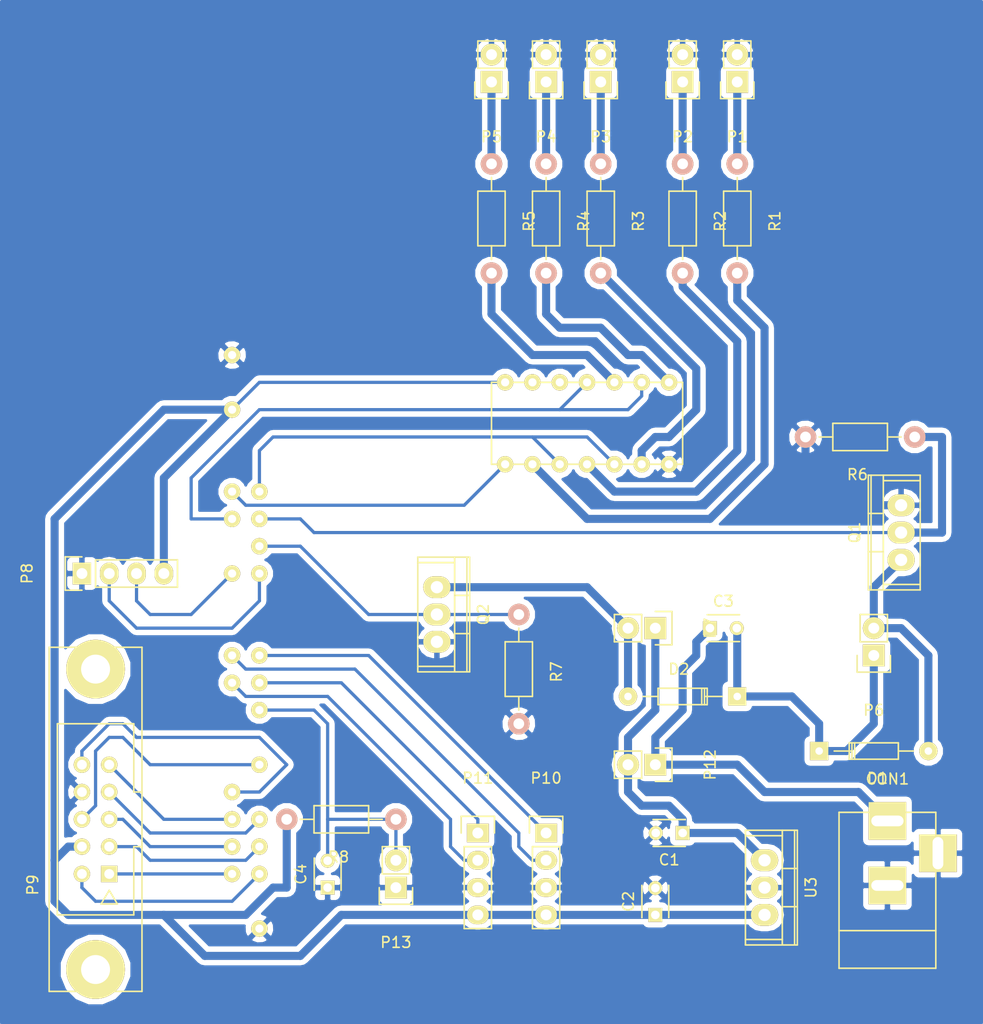
<source format=kicad_pcb>
(kicad_pcb (version 4) (host pcbnew 4.0.2+dfsg1-stable)

  (general
    (links 79)
    (no_connects 2)
    (area 26.416 22.260332 117.856001 117.602001)
    (thickness 1.6)
    (drawings 0)
    (tracks 189)
    (zones 0)
    (modules 33)
    (nets 39)
  )

  (page User 140.005 180.01)
  (title_block
    (title "CARTE MERE")
    (date 2016-06-09)
  )

  (layers
    (0 F.Cu signal)
    (31 B.Cu signal)
    (32 B.Adhes user)
    (33 F.Adhes user)
    (34 B.Paste user)
    (35 F.Paste user)
    (36 B.SilkS user)
    (37 F.SilkS user)
    (38 B.Mask user)
    (39 F.Mask user)
    (40 Dwgs.User user)
    (41 Cmts.User user)
    (42 Eco1.User user)
    (43 Eco2.User user)
    (44 Edge.Cuts user)
    (45 Margin user)
    (46 B.CrtYd user)
    (47 F.CrtYd user)
    (48 B.Fab user)
    (49 F.Fab user)
  )

  (setup
    (last_trace_width 0.75)
    (trace_clearance 0.2)
    (zone_clearance 0.508)
    (zone_45_only no)
    (trace_min 0.2)
    (segment_width 0.2)
    (edge_width 0.15)
    (via_size 0.6)
    (via_drill 0.4)
    (via_min_size 0.4)
    (via_min_drill 0.3)
    (uvia_size 0.3)
    (uvia_drill 0.1)
    (uvias_allowed no)
    (uvia_min_size 0.2)
    (uvia_min_drill 0.1)
    (pcb_text_width 0.3)
    (pcb_text_size 1.5 1.5)
    (mod_edge_width 0.15)
    (mod_text_size 1 1)
    (mod_text_width 0.15)
    (pad_size 1.524 1.524)
    (pad_drill 0.762)
    (pad_to_mask_clearance 0.2)
    (aux_axis_origin 0 0)
    (visible_elements FFFFFF7F)
    (pcbplotparams
      (layerselection 0x0003f_80000001)
      (usegerberextensions false)
      (excludeedgelayer true)
      (linewidth 0.100000)
      (plotframeref true)
      (viasonmask false)
      (mode 1)
      (useauxorigin false)
      (hpglpennumber 1)
      (hpglpenspeed 20)
      (hpglpendiameter 15)
      (hpglpenoverlay 2)
      (psnegative false)
      (psa4output false)
      (plotreference true)
      (plotvalue true)
      (plotinvisibletext false)
      (padsonsilk false)
      (subtractmaskfromsilk false)
      (outputformat 4)
      (mirror false)
      (drillshape 0)
      (scaleselection 1)
      (outputdirectory ../../Rapport/LaTeX/Graphics/ANNEXES/))
  )

  (net 0 "")
  (net 1 batt)
  (net 2 gnd)
  (net 3 5v_Bat)
  (net 4 "Net-(D1-Pad2)")
  (net 5 "Net-(D2-Pad2)")
  (net 6 "Net-(P1-Pad1)")
  (net 7 "Net-(P2-Pad1)")
  (net 8 "Net-(P3-Pad1)")
  (net 9 "Net-(P4-Pad1)")
  (net 10 "Net-(P5-Pad1)")
  (net 11 echo)
  (net 12 trig)
  (net 13 suiveur6)
  (net 14 suiveur7)
  (net 15 suiveur5)
  (net 16 suiveur4)
  (net 17 v_adc)
  (net 18 suiveur3)
  (net 19 suiveur2)
  (net 20 suiveur1)
  (net 21 toEncoder1B)
  (net 22 toEncoder1A)
  (net 23 toEncoder2B)
  (net 24 toEncoder2A)
  (net 25 cmd_moteur_droit)
  (net 26 cmd_moteur_gauche)
  (net 27 "Net-(R1-Pad2)")
  (net 28 "Net-(R2-Pad2)")
  (net 29 "Net-(R3-Pad2)")
  (net 30 "Net-(R4-Pad2)")
  (net 31 "Net-(R5-Pad2)")
  (net 32 "Net-(U1-Pad11)")
  (net 33 "Net-(U1-Pad12)")
  (net 34 "Net-(U1-Pad13)")
  (net 35 "Net-(U2-Pad12)")
  (net 36 "Net-(U2-Pad13)")
  (net 37 +BATT)
  (net 38 toReset)

  (net_class Default "This is the default net class."
    (clearance 0.2)
    (trace_width 0.75)
    (via_dia 0.6)
    (via_drill 0.4)
    (uvia_dia 0.3)
    (uvia_drill 0.1)
    (add_net +BATT)
    (add_net 5v_Bat)
    (add_net "Net-(D1-Pad2)")
    (add_net "Net-(D2-Pad2)")
    (add_net "Net-(P1-Pad1)")
    (add_net "Net-(P2-Pad1)")
    (add_net "Net-(P3-Pad1)")
    (add_net "Net-(P4-Pad1)")
    (add_net "Net-(P5-Pad1)")
    (add_net "Net-(R1-Pad2)")
    (add_net "Net-(R2-Pad2)")
    (add_net "Net-(R3-Pad2)")
    (add_net "Net-(R4-Pad2)")
    (add_net "Net-(R5-Pad2)")
    (add_net "Net-(U1-Pad11)")
    (add_net "Net-(U1-Pad12)")
    (add_net "Net-(U1-Pad13)")
    (add_net "Net-(U2-Pad12)")
    (add_net "Net-(U2-Pad13)")
    (add_net batt)
    (add_net cmd_moteur_droit)
    (add_net cmd_moteur_gauche)
    (add_net echo)
    (add_net gnd)
    (add_net suiveur1)
    (add_net suiveur2)
    (add_net suiveur3)
    (add_net suiveur4)
    (add_net suiveur5)
    (add_net suiveur6)
    (add_net suiveur7)
    (add_net toEncoder1A)
    (add_net toEncoder1B)
    (add_net toEncoder2A)
    (add_net toEncoder2B)
    (add_net toReset)
    (add_net trig)
    (add_net v_adc)
  )

  (module Pin_Headers:Pin_Header_Straight_1x02 (layer F.Cu) (tedit 5751538F) (tstamp 5750960D)
    (at 89.916 29.972 180)
    (descr "Through hole pin header")
    (tags "pin header")
    (path /575039C3)
    (fp_text reference P2 (at 0 -5.1 180) (layer F.SilkS)
      (effects (font (size 1 1) (thickness 0.15)))
    )
    (fp_text value led_droite_face (at 2.54 1.27 270) (layer F.Fab)
      (effects (font (size 1 1) (thickness 0.15)))
    )
    (fp_line (start 1.27 1.27) (end 1.27 3.81) (layer F.SilkS) (width 0.15))
    (fp_line (start 1.55 -1.55) (end 1.55 0) (layer F.SilkS) (width 0.15))
    (fp_line (start -1.75 -1.75) (end -1.75 4.3) (layer F.CrtYd) (width 0.05))
    (fp_line (start 1.75 -1.75) (end 1.75 4.3) (layer F.CrtYd) (width 0.05))
    (fp_line (start -1.75 -1.75) (end 1.75 -1.75) (layer F.CrtYd) (width 0.05))
    (fp_line (start -1.75 4.3) (end 1.75 4.3) (layer F.CrtYd) (width 0.05))
    (fp_line (start 1.27 1.27) (end -1.27 1.27) (layer F.SilkS) (width 0.15))
    (fp_line (start -1.55 0) (end -1.55 -1.55) (layer F.SilkS) (width 0.15))
    (fp_line (start -1.55 -1.55) (end 1.55 -1.55) (layer F.SilkS) (width 0.15))
    (fp_line (start -1.27 1.27) (end -1.27 3.81) (layer F.SilkS) (width 0.15))
    (fp_line (start -1.27 3.81) (end 1.27 3.81) (layer F.SilkS) (width 0.15))
    (pad 1 thru_hole rect (at 0 0 180) (size 2.032 2.032) (drill 1.016) (layers *.Cu *.Mask F.SilkS)
      (net 7 "Net-(P2-Pad1)"))
    (pad 2 thru_hole oval (at 0 2.54 180) (size 2.032 2.032) (drill 1.016) (layers *.Cu *.Mask F.SilkS)
      (net 2 gnd))
    (model Pin_Headers.3dshapes/Pin_Header_Straight_1x02.wrl
      (at (xyz 0 -0.05 0))
      (scale (xyz 1 1 1))
      (rotate (xyz 0 0 90))
    )
  )

  (module Capacitors_ThroughHole:C_Disc_D3_P2.5 (layer F.Cu) (tedit 0) (tstamp 575095EF)
    (at 89.916 99.822 180)
    (descr "Capacitor 3mm Disc, Pitch 2.5mm")
    (tags Capacitor)
    (path /57505865)
    (fp_text reference C1 (at 1.25 -2.5 180) (layer F.SilkS)
      (effects (font (size 1 1) (thickness 0.15)))
    )
    (fp_text value 0,33u (at 1.25 2.5 180) (layer F.Fab)
      (effects (font (size 1 1) (thickness 0.15)))
    )
    (fp_line (start -0.9 -1.5) (end 3.4 -1.5) (layer F.CrtYd) (width 0.05))
    (fp_line (start 3.4 -1.5) (end 3.4 1.5) (layer F.CrtYd) (width 0.05))
    (fp_line (start 3.4 1.5) (end -0.9 1.5) (layer F.CrtYd) (width 0.05))
    (fp_line (start -0.9 1.5) (end -0.9 -1.5) (layer F.CrtYd) (width 0.05))
    (fp_line (start -0.25 -1.25) (end 2.75 -1.25) (layer F.SilkS) (width 0.15))
    (fp_line (start 2.75 1.25) (end -0.25 1.25) (layer F.SilkS) (width 0.15))
    (pad 1 thru_hole rect (at 0 0 180) (size 1.3 1.3) (drill 0.8) (layers *.Cu *.Mask F.SilkS)
      (net 1 batt))
    (pad 2 thru_hole circle (at 2.5 0 180) (size 1.3 1.3) (drill 0.8001) (layers *.Cu *.Mask F.SilkS)
      (net 2 gnd))
    (model Capacitors_ThroughHole.3dshapes/C_Disc_D3_P2.5.wrl
      (at (xyz 0.0492126 0 0))
      (scale (xyz 1 1 1))
      (rotate (xyz 0 0 0))
    )
  )

  (module Capacitors_ThroughHole:C_Disc_D3_P2.5 (layer F.Cu) (tedit 0) (tstamp 575095F5)
    (at 87.376 107.442 90)
    (descr "Capacitor 3mm Disc, Pitch 2.5mm")
    (tags Capacitor)
    (path /57505B9B)
    (fp_text reference C2 (at 1.25 -2.5 90) (layer F.SilkS)
      (effects (font (size 1 1) (thickness 0.15)))
    )
    (fp_text value 0,1u (at 1.25 2.5 90) (layer F.Fab)
      (effects (font (size 1 1) (thickness 0.15)))
    )
    (fp_line (start -0.9 -1.5) (end 3.4 -1.5) (layer F.CrtYd) (width 0.05))
    (fp_line (start 3.4 -1.5) (end 3.4 1.5) (layer F.CrtYd) (width 0.05))
    (fp_line (start 3.4 1.5) (end -0.9 1.5) (layer F.CrtYd) (width 0.05))
    (fp_line (start -0.9 1.5) (end -0.9 -1.5) (layer F.CrtYd) (width 0.05))
    (fp_line (start -0.25 -1.25) (end 2.75 -1.25) (layer F.SilkS) (width 0.15))
    (fp_line (start 2.75 1.25) (end -0.25 1.25) (layer F.SilkS) (width 0.15))
    (pad 1 thru_hole rect (at 0 0 90) (size 1.3 1.3) (drill 0.8) (layers *.Cu *.Mask F.SilkS)
      (net 3 5v_Bat))
    (pad 2 thru_hole circle (at 2.5 0 90) (size 1.3 1.3) (drill 0.8001) (layers *.Cu *.Mask F.SilkS)
      (net 2 gnd))
    (model Capacitors_ThroughHole.3dshapes/C_Disc_D3_P2.5.wrl
      (at (xyz 0.0492126 0 0))
      (scale (xyz 1 1 1))
      (rotate (xyz 0 0 0))
    )
  )

  (module Diodes_ThroughHole:Diode_DO-35_SOD27_Horizontal_RM10 (layer F.Cu) (tedit 552FFC30) (tstamp 575095FB)
    (at 102.616 92.202)
    (descr "Diode, DO-35,  SOD27, Horizontal, RM 10mm")
    (tags "Diode, DO-35, SOD27, Horizontal, RM 10mm, 1N4148,")
    (path /57507AFD)
    (fp_text reference D1 (at 5.43052 2.53746) (layer F.SilkS)
      (effects (font (size 1 1) (thickness 0.15)))
    )
    (fp_text value D (at 4.41452 -3.55854) (layer F.Fab)
      (effects (font (size 1 1) (thickness 0.15)))
    )
    (fp_line (start 7.36652 -0.00254) (end 8.76352 -0.00254) (layer F.SilkS) (width 0.15))
    (fp_line (start 2.92152 -0.00254) (end 1.39752 -0.00254) (layer F.SilkS) (width 0.15))
    (fp_line (start 3.30252 -0.76454) (end 3.30252 0.75946) (layer F.SilkS) (width 0.15))
    (fp_line (start 3.04852 -0.76454) (end 3.04852 0.75946) (layer F.SilkS) (width 0.15))
    (fp_line (start 2.79452 -0.00254) (end 2.79452 0.75946) (layer F.SilkS) (width 0.15))
    (fp_line (start 2.79452 0.75946) (end 7.36652 0.75946) (layer F.SilkS) (width 0.15))
    (fp_line (start 7.36652 0.75946) (end 7.36652 -0.76454) (layer F.SilkS) (width 0.15))
    (fp_line (start 7.36652 -0.76454) (end 2.79452 -0.76454) (layer F.SilkS) (width 0.15))
    (fp_line (start 2.79452 -0.76454) (end 2.79452 -0.00254) (layer F.SilkS) (width 0.15))
    (pad 2 thru_hole circle (at 10.16052 -0.00254 180) (size 1.69926 1.69926) (drill 0.70104) (layers *.Cu *.Mask F.SilkS)
      (net 4 "Net-(D1-Pad2)"))
    (pad 1 thru_hole rect (at 0.00052 -0.00254 180) (size 1.69926 1.69926) (drill 0.70104) (layers *.Cu *.Mask F.SilkS)
      (net 1 batt))
    (model Diodes_ThroughHole.3dshapes/Diode_DO-35_SOD27_Horizontal_RM10.wrl
      (at (xyz 0.2 0 0))
      (scale (xyz 0.4 0.4 0.4))
      (rotate (xyz 0 0 180))
    )
  )

  (module Diodes_ThroughHole:Diode_DO-35_SOD27_Horizontal_RM10 (layer F.Cu) (tedit 552FFC30) (tstamp 57509601)
    (at 94.996 87.122 180)
    (descr "Diode, DO-35,  SOD27, Horizontal, RM 10mm")
    (tags "Diode, DO-35, SOD27, Horizontal, RM 10mm, 1N4148,")
    (path /57507B5A)
    (fp_text reference D2 (at 5.43052 2.53746 180) (layer F.SilkS)
      (effects (font (size 1 1) (thickness 0.15)))
    )
    (fp_text value D (at 4.41452 -3.55854 180) (layer F.Fab)
      (effects (font (size 1 1) (thickness 0.15)))
    )
    (fp_line (start 7.36652 -0.00254) (end 8.76352 -0.00254) (layer F.SilkS) (width 0.15))
    (fp_line (start 2.92152 -0.00254) (end 1.39752 -0.00254) (layer F.SilkS) (width 0.15))
    (fp_line (start 3.30252 -0.76454) (end 3.30252 0.75946) (layer F.SilkS) (width 0.15))
    (fp_line (start 3.04852 -0.76454) (end 3.04852 0.75946) (layer F.SilkS) (width 0.15))
    (fp_line (start 2.79452 -0.00254) (end 2.79452 0.75946) (layer F.SilkS) (width 0.15))
    (fp_line (start 2.79452 0.75946) (end 7.36652 0.75946) (layer F.SilkS) (width 0.15))
    (fp_line (start 7.36652 0.75946) (end 7.36652 -0.76454) (layer F.SilkS) (width 0.15))
    (fp_line (start 7.36652 -0.76454) (end 2.79452 -0.76454) (layer F.SilkS) (width 0.15))
    (fp_line (start 2.79452 -0.76454) (end 2.79452 -0.00254) (layer F.SilkS) (width 0.15))
    (pad 2 thru_hole circle (at 10.16052 -0.00254) (size 1.69926 1.69926) (drill 0.70104) (layers *.Cu *.Mask F.SilkS)
      (net 5 "Net-(D2-Pad2)"))
    (pad 1 thru_hole rect (at 0.00052 -0.00254) (size 1.69926 1.69926) (drill 0.70104) (layers *.Cu *.Mask F.SilkS)
      (net 1 batt))
    (model Diodes_ThroughHole.3dshapes/Diode_DO-35_SOD27_Horizontal_RM10.wrl
      (at (xyz 0.2 0 0))
      (scale (xyz 0.4 0.4 0.4))
      (rotate (xyz 0 0 180))
    )
  )

  (module Pin_Headers:Pin_Header_Straight_1x02 (layer F.Cu) (tedit 575153A1) (tstamp 57509607)
    (at 94.996 29.972 180)
    (descr "Through hole pin header")
    (tags "pin header")
    (path /57503876)
    (fp_text reference P1 (at 0 -5.1 180) (layer F.SilkS)
      (effects (font (size 1 1) (thickness 0.15)))
    )
    (fp_text value led_stop (at 2.54 1.27 270) (layer F.Fab)
      (effects (font (size 1 1) (thickness 0.15)))
    )
    (fp_line (start 1.27 1.27) (end 1.27 3.81) (layer F.SilkS) (width 0.15))
    (fp_line (start 1.55 -1.55) (end 1.55 0) (layer F.SilkS) (width 0.15))
    (fp_line (start -1.75 -1.75) (end -1.75 4.3) (layer F.CrtYd) (width 0.05))
    (fp_line (start 1.75 -1.75) (end 1.75 4.3) (layer F.CrtYd) (width 0.05))
    (fp_line (start -1.75 -1.75) (end 1.75 -1.75) (layer F.CrtYd) (width 0.05))
    (fp_line (start -1.75 4.3) (end 1.75 4.3) (layer F.CrtYd) (width 0.05))
    (fp_line (start 1.27 1.27) (end -1.27 1.27) (layer F.SilkS) (width 0.15))
    (fp_line (start -1.55 0) (end -1.55 -1.55) (layer F.SilkS) (width 0.15))
    (fp_line (start -1.55 -1.55) (end 1.55 -1.55) (layer F.SilkS) (width 0.15))
    (fp_line (start -1.27 1.27) (end -1.27 3.81) (layer F.SilkS) (width 0.15))
    (fp_line (start -1.27 3.81) (end 1.27 3.81) (layer F.SilkS) (width 0.15))
    (pad 1 thru_hole rect (at 0 0 180) (size 2.032 2.032) (drill 1.016) (layers *.Cu *.Mask F.SilkS)
      (net 6 "Net-(P1-Pad1)"))
    (pad 2 thru_hole oval (at 0 2.54 180) (size 2.032 2.032) (drill 1.016) (layers *.Cu *.Mask F.SilkS)
      (net 2 gnd))
    (model Pin_Headers.3dshapes/Pin_Header_Straight_1x02.wrl
      (at (xyz 0 -0.05 0))
      (scale (xyz 1 1 1))
      (rotate (xyz 0 0 90))
    )
  )

  (module Pin_Headers:Pin_Header_Straight_1x02 (layer F.Cu) (tedit 57515385) (tstamp 57509613)
    (at 82.296 29.972 180)
    (descr "Through hole pin header")
    (tags "pin header")
    (path /57503A46)
    (fp_text reference P3 (at 0 -5.1 180) (layer F.SilkS)
      (effects (font (size 1 1) (thickness 0.15)))
    )
    (fp_text value led_droite_cote (at 2.54 1.27 270) (layer F.Fab)
      (effects (font (size 1 1) (thickness 0.15)))
    )
    (fp_line (start 1.27 1.27) (end 1.27 3.81) (layer F.SilkS) (width 0.15))
    (fp_line (start 1.55 -1.55) (end 1.55 0) (layer F.SilkS) (width 0.15))
    (fp_line (start -1.75 -1.75) (end -1.75 4.3) (layer F.CrtYd) (width 0.05))
    (fp_line (start 1.75 -1.75) (end 1.75 4.3) (layer F.CrtYd) (width 0.05))
    (fp_line (start -1.75 -1.75) (end 1.75 -1.75) (layer F.CrtYd) (width 0.05))
    (fp_line (start -1.75 4.3) (end 1.75 4.3) (layer F.CrtYd) (width 0.05))
    (fp_line (start 1.27 1.27) (end -1.27 1.27) (layer F.SilkS) (width 0.15))
    (fp_line (start -1.55 0) (end -1.55 -1.55) (layer F.SilkS) (width 0.15))
    (fp_line (start -1.55 -1.55) (end 1.55 -1.55) (layer F.SilkS) (width 0.15))
    (fp_line (start -1.27 1.27) (end -1.27 3.81) (layer F.SilkS) (width 0.15))
    (fp_line (start -1.27 3.81) (end 1.27 3.81) (layer F.SilkS) (width 0.15))
    (pad 1 thru_hole rect (at 0 0 180) (size 2.032 2.032) (drill 1.016) (layers *.Cu *.Mask F.SilkS)
      (net 8 "Net-(P3-Pad1)"))
    (pad 2 thru_hole oval (at 0 2.54 180) (size 2.032 2.032) (drill 1.016) (layers *.Cu *.Mask F.SilkS)
      (net 2 gnd))
    (model Pin_Headers.3dshapes/Pin_Header_Straight_1x02.wrl
      (at (xyz 0 -0.05 0))
      (scale (xyz 1 1 1))
      (rotate (xyz 0 0 90))
    )
  )

  (module Pin_Headers:Pin_Header_Straight_1x02 (layer F.Cu) (tedit 5751539A) (tstamp 57509619)
    (at 77.216 29.972 180)
    (descr "Through hole pin header")
    (tags "pin header")
    (path /57503916)
    (fp_text reference P4 (at 0 -5.1 180) (layer F.SilkS)
      (effects (font (size 1 1) (thickness 0.15)))
    )
    (fp_text value led_gauche_face (at 2.54 1.27 270) (layer F.Fab)
      (effects (font (size 1 1) (thickness 0.15)))
    )
    (fp_line (start 1.27 1.27) (end 1.27 3.81) (layer F.SilkS) (width 0.15))
    (fp_line (start 1.55 -1.55) (end 1.55 0) (layer F.SilkS) (width 0.15))
    (fp_line (start -1.75 -1.75) (end -1.75 4.3) (layer F.CrtYd) (width 0.05))
    (fp_line (start 1.75 -1.75) (end 1.75 4.3) (layer F.CrtYd) (width 0.05))
    (fp_line (start -1.75 -1.75) (end 1.75 -1.75) (layer F.CrtYd) (width 0.05))
    (fp_line (start -1.75 4.3) (end 1.75 4.3) (layer F.CrtYd) (width 0.05))
    (fp_line (start 1.27 1.27) (end -1.27 1.27) (layer F.SilkS) (width 0.15))
    (fp_line (start -1.55 0) (end -1.55 -1.55) (layer F.SilkS) (width 0.15))
    (fp_line (start -1.55 -1.55) (end 1.55 -1.55) (layer F.SilkS) (width 0.15))
    (fp_line (start -1.27 1.27) (end -1.27 3.81) (layer F.SilkS) (width 0.15))
    (fp_line (start -1.27 3.81) (end 1.27 3.81) (layer F.SilkS) (width 0.15))
    (pad 1 thru_hole rect (at 0 0 180) (size 2.032 2.032) (drill 1.016) (layers *.Cu *.Mask F.SilkS)
      (net 9 "Net-(P4-Pad1)"))
    (pad 2 thru_hole oval (at 0 2.54 180) (size 2.032 2.032) (drill 1.016) (layers *.Cu *.Mask F.SilkS)
      (net 2 gnd))
    (model Pin_Headers.3dshapes/Pin_Header_Straight_1x02.wrl
      (at (xyz 0 -0.05 0))
      (scale (xyz 1 1 1))
      (rotate (xyz 0 0 90))
    )
  )

  (module Pin_Headers:Pin_Header_Straight_1x02 (layer F.Cu) (tedit 5751537C) (tstamp 5750961F)
    (at 72.136 29.972 180)
    (descr "Through hole pin header")
    (tags "pin header")
    (path /575038CE)
    (fp_text reference P5 (at 0 -5.1 180) (layer F.SilkS)
      (effects (font (size 1 1) (thickness 0.15)))
    )
    (fp_text value led_gauche_cote (at 2.54 1.27 270) (layer F.Fab)
      (effects (font (size 1 1) (thickness 0.15)))
    )
    (fp_line (start 1.27 1.27) (end 1.27 3.81) (layer F.SilkS) (width 0.15))
    (fp_line (start 1.55 -1.55) (end 1.55 0) (layer F.SilkS) (width 0.15))
    (fp_line (start -1.75 -1.75) (end -1.75 4.3) (layer F.CrtYd) (width 0.05))
    (fp_line (start 1.75 -1.75) (end 1.75 4.3) (layer F.CrtYd) (width 0.05))
    (fp_line (start -1.75 -1.75) (end 1.75 -1.75) (layer F.CrtYd) (width 0.05))
    (fp_line (start -1.75 4.3) (end 1.75 4.3) (layer F.CrtYd) (width 0.05))
    (fp_line (start 1.27 1.27) (end -1.27 1.27) (layer F.SilkS) (width 0.15))
    (fp_line (start -1.55 0) (end -1.55 -1.55) (layer F.SilkS) (width 0.15))
    (fp_line (start -1.55 -1.55) (end 1.55 -1.55) (layer F.SilkS) (width 0.15))
    (fp_line (start -1.27 1.27) (end -1.27 3.81) (layer F.SilkS) (width 0.15))
    (fp_line (start -1.27 3.81) (end 1.27 3.81) (layer F.SilkS) (width 0.15))
    (pad 1 thru_hole rect (at 0 0 180) (size 2.032 2.032) (drill 1.016) (layers *.Cu *.Mask F.SilkS)
      (net 10 "Net-(P5-Pad1)"))
    (pad 2 thru_hole oval (at 0 2.54 180) (size 2.032 2.032) (drill 1.016) (layers *.Cu *.Mask F.SilkS)
      (net 2 gnd))
    (model Pin_Headers.3dshapes/Pin_Header_Straight_1x02.wrl
      (at (xyz 0 -0.05 0))
      (scale (xyz 1 1 1))
      (rotate (xyz 0 0 90))
    )
  )

  (module Pin_Headers:Pin_Header_Straight_1x02 (layer F.Cu) (tedit 57515364) (tstamp 57509625)
    (at 107.696 83.312 180)
    (descr "Through hole pin header")
    (tags "pin header")
    (path /57507A1F)
    (fp_text reference P6 (at 0 -5.1 180) (layer F.SilkS)
      (effects (font (size 1 1) (thickness 0.15)))
    )
    (fp_text value conn_moteur_droit (at 2.54 1.27 270) (layer F.Fab)
      (effects (font (size 1 1) (thickness 0.15)))
    )
    (fp_line (start 1.27 1.27) (end 1.27 3.81) (layer F.SilkS) (width 0.15))
    (fp_line (start 1.55 -1.55) (end 1.55 0) (layer F.SilkS) (width 0.15))
    (fp_line (start -1.75 -1.75) (end -1.75 4.3) (layer F.CrtYd) (width 0.05))
    (fp_line (start 1.75 -1.75) (end 1.75 4.3) (layer F.CrtYd) (width 0.05))
    (fp_line (start -1.75 -1.75) (end 1.75 -1.75) (layer F.CrtYd) (width 0.05))
    (fp_line (start -1.75 4.3) (end 1.75 4.3) (layer F.CrtYd) (width 0.05))
    (fp_line (start 1.27 1.27) (end -1.27 1.27) (layer F.SilkS) (width 0.15))
    (fp_line (start -1.55 0) (end -1.55 -1.55) (layer F.SilkS) (width 0.15))
    (fp_line (start -1.55 -1.55) (end 1.55 -1.55) (layer F.SilkS) (width 0.15))
    (fp_line (start -1.27 1.27) (end -1.27 3.81) (layer F.SilkS) (width 0.15))
    (fp_line (start -1.27 3.81) (end 1.27 3.81) (layer F.SilkS) (width 0.15))
    (pad 1 thru_hole rect (at 0 0 180) (size 2.032 2.032) (drill 1.016) (layers *.Cu *.Mask F.SilkS)
      (net 1 batt))
    (pad 2 thru_hole oval (at 0 2.54 180) (size 2.032 2.032) (drill 1.016) (layers *.Cu *.Mask F.SilkS)
      (net 4 "Net-(D1-Pad2)"))
    (model Pin_Headers.3dshapes/Pin_Header_Straight_1x02.wrl
      (at (xyz 0 -0.05 0))
      (scale (xyz 1 1 1))
      (rotate (xyz 0 0 90))
    )
  )

  (module Pin_Headers:Pin_Header_Straight_1x02 (layer F.Cu) (tedit 5751536B) (tstamp 5750962B)
    (at 87.376 80.772 270)
    (descr "Through hole pin header")
    (tags "pin header")
    (path /57507A90)
    (fp_text reference P7 (at 0 -5.1 270) (layer F.SilkS)
      (effects (font (size 1 1) (thickness 0.15)))
    )
    (fp_text value conn_moteur_gauche (at -2.54 1.27 360) (layer F.Fab)
      (effects (font (size 1 1) (thickness 0.15)))
    )
    (fp_line (start 1.27 1.27) (end 1.27 3.81) (layer F.SilkS) (width 0.15))
    (fp_line (start 1.55 -1.55) (end 1.55 0) (layer F.SilkS) (width 0.15))
    (fp_line (start -1.75 -1.75) (end -1.75 4.3) (layer F.CrtYd) (width 0.05))
    (fp_line (start 1.75 -1.75) (end 1.75 4.3) (layer F.CrtYd) (width 0.05))
    (fp_line (start -1.75 -1.75) (end 1.75 -1.75) (layer F.CrtYd) (width 0.05))
    (fp_line (start -1.75 4.3) (end 1.75 4.3) (layer F.CrtYd) (width 0.05))
    (fp_line (start 1.27 1.27) (end -1.27 1.27) (layer F.SilkS) (width 0.15))
    (fp_line (start -1.55 0) (end -1.55 -1.55) (layer F.SilkS) (width 0.15))
    (fp_line (start -1.55 -1.55) (end 1.55 -1.55) (layer F.SilkS) (width 0.15))
    (fp_line (start -1.27 1.27) (end -1.27 3.81) (layer F.SilkS) (width 0.15))
    (fp_line (start -1.27 3.81) (end 1.27 3.81) (layer F.SilkS) (width 0.15))
    (pad 1 thru_hole rect (at 0 0 270) (size 2.032 2.032) (drill 1.016) (layers *.Cu *.Mask F.SilkS)
      (net 1 batt))
    (pad 2 thru_hole oval (at 0 2.54 270) (size 2.032 2.032) (drill 1.016) (layers *.Cu *.Mask F.SilkS)
      (net 5 "Net-(D2-Pad2)"))
    (model Pin_Headers.3dshapes/Pin_Header_Straight_1x02.wrl
      (at (xyz 0 -0.05 0))
      (scale (xyz 1 1 1))
      (rotate (xyz 0 0 90))
    )
  )

  (module Pin_Headers:Pin_Header_Straight_1x04 (layer F.Cu) (tedit 0) (tstamp 57509633)
    (at 34.036 75.692 90)
    (descr "Through hole pin header")
    (tags "pin header")
    (path /57508554)
    (fp_text reference P8 (at 0 -5.1 90) (layer F.SilkS)
      (effects (font (size 1 1) (thickness 0.15)))
    )
    (fp_text value ultrasonicSensor (at 0 -3.1 90) (layer F.Fab)
      (effects (font (size 1 1) (thickness 0.15)))
    )
    (fp_line (start -1.75 -1.75) (end -1.75 9.4) (layer F.CrtYd) (width 0.05))
    (fp_line (start 1.75 -1.75) (end 1.75 9.4) (layer F.CrtYd) (width 0.05))
    (fp_line (start -1.75 -1.75) (end 1.75 -1.75) (layer F.CrtYd) (width 0.05))
    (fp_line (start -1.75 9.4) (end 1.75 9.4) (layer F.CrtYd) (width 0.05))
    (fp_line (start -1.27 1.27) (end -1.27 8.89) (layer F.SilkS) (width 0.15))
    (fp_line (start 1.27 1.27) (end 1.27 8.89) (layer F.SilkS) (width 0.15))
    (fp_line (start 1.55 -1.55) (end 1.55 0) (layer F.SilkS) (width 0.15))
    (fp_line (start -1.27 8.89) (end 1.27 8.89) (layer F.SilkS) (width 0.15))
    (fp_line (start 1.27 1.27) (end -1.27 1.27) (layer F.SilkS) (width 0.15))
    (fp_line (start -1.55 0) (end -1.55 -1.55) (layer F.SilkS) (width 0.15))
    (fp_line (start -1.55 -1.55) (end 1.55 -1.55) (layer F.SilkS) (width 0.15))
    (pad 1 thru_hole rect (at 0 0 90) (size 2.032 1.7272) (drill 1.016) (layers *.Cu *.Mask F.SilkS)
      (net 2 gnd))
    (pad 2 thru_hole oval (at 0 2.54 90) (size 2.032 1.7272) (drill 1.016) (layers *.Cu *.Mask F.SilkS)
      (net 11 echo))
    (pad 3 thru_hole oval (at 0 5.08 90) (size 2.032 1.7272) (drill 1.016) (layers *.Cu *.Mask F.SilkS)
      (net 12 trig))
    (pad 4 thru_hole oval (at 0 7.62 90) (size 2.032 1.7272) (drill 1.016) (layers *.Cu *.Mask F.SilkS)
      (net 3 5v_Bat))
    (model Pin_Headers.3dshapes/Pin_Header_Straight_1x04.wrl
      (at (xyz 0 -0.15 0))
      (scale (xyz 1 1 1))
      (rotate (xyz 0 0 90))
    )
  )

  (module Connect:he10-10d (layer F.Cu) (tedit 0) (tstamp 57509643)
    (at 35.306 98.552 90)
    (descr "Connecteur HE10 10 contacts droit")
    (tags "CONN HE10")
    (path /57506312)
    (fp_text reference P9 (at -6.096 -5.842 90) (layer F.SilkS)
      (effects (font (size 1 1) (thickness 0.15)))
    )
    (fp_text value HE10-10 (at 6.096 5.842 90) (layer F.Fab)
      (effects (font (size 1 1) (thickness 0.15)))
    )
    (fp_line (start 16.002 -4.318) (end 16.002 4.318) (layer F.SilkS) (width 0.15))
    (fp_line (start 16.002 4.318) (end -16.002 4.318) (layer F.SilkS) (width 0.15))
    (fp_line (start -16.002 -4.318) (end 16.002 -4.318) (layer F.SilkS) (width 0.15))
    (fp_line (start -8.89 3.556) (end -8.89 -3.556) (layer F.SilkS) (width 0.15))
    (fp_line (start 8.89 3.556) (end 8.89 -3.556) (layer F.SilkS) (width 0.15))
    (fp_line (start -2.54 4.318) (end -2.54 3.556) (layer F.SilkS) (width 0.15))
    (fp_line (start -2.54 3.556) (end -8.89 3.556) (layer F.SilkS) (width 0.15))
    (fp_line (start -8.89 -3.556) (end 8.89 -3.556) (layer F.SilkS) (width 0.15))
    (fp_line (start 8.89 3.556) (end 2.54 3.556) (layer F.SilkS) (width 0.15))
    (fp_line (start 2.54 3.556) (end 2.54 4.318) (layer F.SilkS) (width 0.15))
    (fp_line (start -16.002 4.318) (end -16.002 -4.318) (layer F.SilkS) (width 0.15))
    (fp_line (start -6.604 1.27) (end -7.874 0.508) (layer F.SilkS) (width 0.15))
    (fp_line (start -7.874 0.508) (end -7.874 2.032) (layer F.SilkS) (width 0.15))
    (fp_line (start -7.874 2.032) (end -6.604 1.27) (layer F.SilkS) (width 0.15))
    (pad "" thru_hole circle (at -13.97 0 90) (size 5.461 5.461) (drill 2.6924) (layers *.Cu *.Mask F.SilkS))
    (pad "" thru_hole circle (at 13.97 0 90) (size 5.461 5.461) (drill 2.6924) (layers *.Cu *.Mask F.SilkS))
    (pad 1 thru_hole rect (at -5.08 1.27 90) (size 1.524 1.524) (drill 0.9144) (layers *.Cu *.Mask F.SilkS)
      (net 13 suiveur6))
    (pad 2 thru_hole circle (at -5.08 -1.27 90) (size 1.524 1.524) (drill 0.9144) (layers *.Cu *.Mask F.SilkS)
      (net 14 suiveur7))
    (pad 3 thru_hole circle (at -2.54 1.27 90) (size 1.524 1.524) (drill 0.9144) (layers *.Cu *.Mask F.SilkS)
      (net 15 suiveur5))
    (pad 4 thru_hole circle (at -2.54 -1.27 90) (size 1.524 1.524) (drill 0.9144) (layers *.Cu *.Mask F.SilkS)
      (net 3 5v_Bat))
    (pad 5 thru_hole circle (at 0 1.27 90) (size 1.524 1.524) (drill 0.9144) (layers *.Cu *.Mask F.SilkS)
      (net 16 suiveur4))
    (pad 6 thru_hole circle (at 0 -1.27 90) (size 1.524 1.524) (drill 0.9144) (layers *.Cu *.Mask F.SilkS)
      (net 17 v_adc))
    (pad 7 thru_hole circle (at 2.54 1.27 90) (size 1.524 1.524) (drill 0.9144) (layers *.Cu *.Mask F.SilkS)
      (net 18 suiveur3))
    (pad 8 thru_hole circle (at 2.54 -1.27 90) (size 1.524 1.524) (drill 0.9144) (layers *.Cu *.Mask F.SilkS)
      (net 2 gnd))
    (pad 9 thru_hole circle (at 5.08 1.27 90) (size 1.524 1.524) (drill 0.9144) (layers *.Cu *.Mask F.SilkS)
      (net 19 suiveur2))
    (pad 10 thru_hole circle (at 5.08 -1.27 90) (size 1.524 1.524) (drill 0.9144) (layers *.Cu *.Mask F.SilkS)
      (net 20 suiveur1))
    (model Connect.3dshapes/he10-10d.wrl
      (at (xyz 0 0 0))
      (scale (xyz 1 1 1))
      (rotate (xyz 0 0 0))
    )
  )

  (module Pin_Headers:Pin_Header_Straight_1x04 (layer F.Cu) (tedit 57515353) (tstamp 5750964B)
    (at 77.216 99.822)
    (descr "Through hole pin header")
    (tags "pin header")
    (path /5750C0E8)
    (fp_text reference P10 (at 0 -5.1) (layer F.SilkS)
      (effects (font (size 1 1) (thickness 0.15)))
    )
    (fp_text value toEncoder_MotorL (at -2.54 3.81 90) (layer F.Fab)
      (effects (font (size 1 1) (thickness 0.15)))
    )
    (fp_line (start -1.75 -1.75) (end -1.75 9.4) (layer F.CrtYd) (width 0.05))
    (fp_line (start 1.75 -1.75) (end 1.75 9.4) (layer F.CrtYd) (width 0.05))
    (fp_line (start -1.75 -1.75) (end 1.75 -1.75) (layer F.CrtYd) (width 0.05))
    (fp_line (start -1.75 9.4) (end 1.75 9.4) (layer F.CrtYd) (width 0.05))
    (fp_line (start -1.27 1.27) (end -1.27 8.89) (layer F.SilkS) (width 0.15))
    (fp_line (start 1.27 1.27) (end 1.27 8.89) (layer F.SilkS) (width 0.15))
    (fp_line (start 1.55 -1.55) (end 1.55 0) (layer F.SilkS) (width 0.15))
    (fp_line (start -1.27 8.89) (end 1.27 8.89) (layer F.SilkS) (width 0.15))
    (fp_line (start 1.27 1.27) (end -1.27 1.27) (layer F.SilkS) (width 0.15))
    (fp_line (start -1.55 0) (end -1.55 -1.55) (layer F.SilkS) (width 0.15))
    (fp_line (start -1.55 -1.55) (end 1.55 -1.55) (layer F.SilkS) (width 0.15))
    (pad 1 thru_hole rect (at 0 0) (size 2.032 1.7272) (drill 1.016) (layers *.Cu *.Mask F.SilkS)
      (net 21 toEncoder1B))
    (pad 2 thru_hole oval (at 0 2.54) (size 2.032 1.7272) (drill 1.016) (layers *.Cu *.Mask F.SilkS)
      (net 22 toEncoder1A))
    (pad 3 thru_hole oval (at 0 5.08) (size 2.032 1.7272) (drill 1.016) (layers *.Cu *.Mask F.SilkS)
      (net 2 gnd))
    (pad 4 thru_hole oval (at 0 7.62) (size 2.032 1.7272) (drill 1.016) (layers *.Cu *.Mask F.SilkS)
      (net 3 5v_Bat))
    (model Pin_Headers.3dshapes/Pin_Header_Straight_1x04.wrl
      (at (xyz 0 -0.15 0))
      (scale (xyz 1 1 1))
      (rotate (xyz 0 0 90))
    )
  )

  (module Pin_Headers:Pin_Header_Straight_1x04 (layer F.Cu) (tedit 5751534D) (tstamp 57509653)
    (at 70.866 99.822)
    (descr "Through hole pin header")
    (tags "pin header")
    (path /5750C213)
    (fp_text reference P11 (at 0 -5.1) (layer F.SilkS)
      (effects (font (size 1 1) (thickness 0.15)))
    )
    (fp_text value toEncoder_motorR (at -2.54 3.81 270) (layer F.Fab)
      (effects (font (size 1 1) (thickness 0.15)))
    )
    (fp_line (start -1.75 -1.75) (end -1.75 9.4) (layer F.CrtYd) (width 0.05))
    (fp_line (start 1.75 -1.75) (end 1.75 9.4) (layer F.CrtYd) (width 0.05))
    (fp_line (start -1.75 -1.75) (end 1.75 -1.75) (layer F.CrtYd) (width 0.05))
    (fp_line (start -1.75 9.4) (end 1.75 9.4) (layer F.CrtYd) (width 0.05))
    (fp_line (start -1.27 1.27) (end -1.27 8.89) (layer F.SilkS) (width 0.15))
    (fp_line (start 1.27 1.27) (end 1.27 8.89) (layer F.SilkS) (width 0.15))
    (fp_line (start 1.55 -1.55) (end 1.55 0) (layer F.SilkS) (width 0.15))
    (fp_line (start -1.27 8.89) (end 1.27 8.89) (layer F.SilkS) (width 0.15))
    (fp_line (start 1.27 1.27) (end -1.27 1.27) (layer F.SilkS) (width 0.15))
    (fp_line (start -1.55 0) (end -1.55 -1.55) (layer F.SilkS) (width 0.15))
    (fp_line (start -1.55 -1.55) (end 1.55 -1.55) (layer F.SilkS) (width 0.15))
    (pad 1 thru_hole rect (at 0 0) (size 2.032 1.7272) (drill 1.016) (layers *.Cu *.Mask F.SilkS)
      (net 23 toEncoder2B))
    (pad 2 thru_hole oval (at 0 2.54) (size 2.032 1.7272) (drill 1.016) (layers *.Cu *.Mask F.SilkS)
      (net 24 toEncoder2A))
    (pad 3 thru_hole oval (at 0 5.08) (size 2.032 1.7272) (drill 1.016) (layers *.Cu *.Mask F.SilkS)
      (net 2 gnd))
    (pad 4 thru_hole oval (at 0 7.62) (size 2.032 1.7272) (drill 1.016) (layers *.Cu *.Mask F.SilkS)
      (net 3 5v_Bat))
    (model Pin_Headers.3dshapes/Pin_Header_Straight_1x04.wrl
      (at (xyz 0 -0.15 0))
      (scale (xyz 1 1 1))
      (rotate (xyz 0 0 90))
    )
  )

  (module Power_Integrations:TO-220 (layer F.Cu) (tedit 0) (tstamp 5750965A)
    (at 110.236 71.882 90)
    (descr "Non Isolated JEDEC TO-220 Package")
    (tags "Power Integration YN Package")
    (path /57506159)
    (fp_text reference Q1 (at 0 -4.318 90) (layer F.SilkS)
      (effects (font (size 1 1) (thickness 0.15)))
    )
    (fp_text value BUZ11 (at 0 -4.318 90) (layer F.Fab)
      (effects (font (size 1 1) (thickness 0.15)))
    )
    (fp_line (start 4.826 -1.651) (end 4.826 1.778) (layer F.SilkS) (width 0.15))
    (fp_line (start -4.826 -1.651) (end -4.826 1.778) (layer F.SilkS) (width 0.15))
    (fp_line (start 5.334 -2.794) (end -5.334 -2.794) (layer F.SilkS) (width 0.15))
    (fp_line (start 1.778 -1.778) (end 1.778 -3.048) (layer F.SilkS) (width 0.15))
    (fp_line (start -1.778 -1.778) (end -1.778 -3.048) (layer F.SilkS) (width 0.15))
    (fp_line (start -5.334 -1.651) (end 5.334 -1.651) (layer F.SilkS) (width 0.15))
    (fp_line (start 5.334 1.778) (end -5.334 1.778) (layer F.SilkS) (width 0.15))
    (fp_line (start -5.334 -3.048) (end -5.334 1.778) (layer F.SilkS) (width 0.15))
    (fp_line (start 5.334 -3.048) (end 5.334 1.778) (layer F.SilkS) (width 0.15))
    (fp_line (start 5.334 -3.048) (end -5.334 -3.048) (layer F.SilkS) (width 0.15))
    (pad 2 thru_hole oval (at 0 0 90) (size 2.032 2.54) (drill 1.143) (layers *.Cu *.Mask F.SilkS)
      (net 25 cmd_moteur_droit))
    (pad 3 thru_hole oval (at 2.54 0 90) (size 2.032 2.54) (drill 1.143) (layers *.Cu *.Mask F.SilkS)
      (net 2 gnd))
    (pad 1 thru_hole oval (at -2.54 0 90) (size 2.032 2.54) (drill 1.143) (layers *.Cu *.Mask F.SilkS)
      (net 4 "Net-(D1-Pad2)"))
  )

  (module Power_Integrations:TO-220 (layer F.Cu) (tedit 0) (tstamp 57509661)
    (at 67.056 79.502 270)
    (descr "Non Isolated JEDEC TO-220 Package")
    (tags "Power Integration YN Package")
    (path /575061B2)
    (fp_text reference Q2 (at 0 -4.318 270) (layer F.SilkS)
      (effects (font (size 1 1) (thickness 0.15)))
    )
    (fp_text value BUZ11 (at 0 -4.318 270) (layer F.Fab)
      (effects (font (size 1 1) (thickness 0.15)))
    )
    (fp_line (start 4.826 -1.651) (end 4.826 1.778) (layer F.SilkS) (width 0.15))
    (fp_line (start -4.826 -1.651) (end -4.826 1.778) (layer F.SilkS) (width 0.15))
    (fp_line (start 5.334 -2.794) (end -5.334 -2.794) (layer F.SilkS) (width 0.15))
    (fp_line (start 1.778 -1.778) (end 1.778 -3.048) (layer F.SilkS) (width 0.15))
    (fp_line (start -1.778 -1.778) (end -1.778 -3.048) (layer F.SilkS) (width 0.15))
    (fp_line (start -5.334 -1.651) (end 5.334 -1.651) (layer F.SilkS) (width 0.15))
    (fp_line (start 5.334 1.778) (end -5.334 1.778) (layer F.SilkS) (width 0.15))
    (fp_line (start -5.334 -3.048) (end -5.334 1.778) (layer F.SilkS) (width 0.15))
    (fp_line (start 5.334 -3.048) (end 5.334 1.778) (layer F.SilkS) (width 0.15))
    (fp_line (start 5.334 -3.048) (end -5.334 -3.048) (layer F.SilkS) (width 0.15))
    (pad 2 thru_hole oval (at 0 0 270) (size 2.032 2.54) (drill 1.143) (layers *.Cu *.Mask F.SilkS)
      (net 26 cmd_moteur_gauche))
    (pad 3 thru_hole oval (at 2.54 0 270) (size 2.032 2.54) (drill 1.143) (layers *.Cu *.Mask F.SilkS)
      (net 2 gnd))
    (pad 1 thru_hole oval (at -2.54 0 270) (size 2.032 2.54) (drill 1.143) (layers *.Cu *.Mask F.SilkS)
      (net 5 "Net-(D2-Pad2)"))
  )

  (module Resistors_ThroughHole:Resistor_Horizontal_RM10mm (layer F.Cu) (tedit 56648415) (tstamp 57509667)
    (at 94.996 37.592 270)
    (descr "Resistor, Axial,  RM 10mm, 1/3W")
    (tags "Resistor Axial RM 10mm 1/3W")
    (path /574F62D2)
    (fp_text reference R1 (at 5.32892 -3.50012 270) (layer F.SilkS)
      (effects (font (size 1 1) (thickness 0.15)))
    )
    (fp_text value 300 (at 5.08 3.81 270) (layer F.Fab)
      (effects (font (size 1 1) (thickness 0.15)))
    )
    (fp_line (start -1.25 -1.5) (end 11.4 -1.5) (layer F.CrtYd) (width 0.05))
    (fp_line (start -1.25 1.5) (end -1.25 -1.5) (layer F.CrtYd) (width 0.05))
    (fp_line (start 11.4 -1.5) (end 11.4 1.5) (layer F.CrtYd) (width 0.05))
    (fp_line (start -1.25 1.5) (end 11.4 1.5) (layer F.CrtYd) (width 0.05))
    (fp_line (start 2.54 -1.27) (end 7.62 -1.27) (layer F.SilkS) (width 0.15))
    (fp_line (start 7.62 -1.27) (end 7.62 1.27) (layer F.SilkS) (width 0.15))
    (fp_line (start 7.62 1.27) (end 2.54 1.27) (layer F.SilkS) (width 0.15))
    (fp_line (start 2.54 1.27) (end 2.54 -1.27) (layer F.SilkS) (width 0.15))
    (fp_line (start 2.54 0) (end 1.27 0) (layer F.SilkS) (width 0.15))
    (fp_line (start 7.62 0) (end 8.89 0) (layer F.SilkS) (width 0.15))
    (pad 1 thru_hole circle (at 0 0 270) (size 1.99898 1.99898) (drill 1.00076) (layers *.Cu *.SilkS *.Mask)
      (net 6 "Net-(P1-Pad1)"))
    (pad 2 thru_hole circle (at 10.16 0 270) (size 1.99898 1.99898) (drill 1.00076) (layers *.Cu *.SilkS *.Mask)
      (net 27 "Net-(R1-Pad2)"))
    (model Resistors_ThroughHole.3dshapes/Resistor_Horizontal_RM10mm.wrl
      (at (xyz 0 0 0))
      (scale (xyz 0.4 0.4 0.4))
      (rotate (xyz 0 0 0))
    )
  )

  (module Resistors_ThroughHole:Resistor_Horizontal_RM10mm (layer F.Cu) (tedit 56648415) (tstamp 5750966D)
    (at 89.916 37.592 270)
    (descr "Resistor, Axial,  RM 10mm, 1/3W")
    (tags "Resistor Axial RM 10mm 1/3W")
    (path /574F6347)
    (fp_text reference R2 (at 5.32892 -3.50012 270) (layer F.SilkS)
      (effects (font (size 1 1) (thickness 0.15)))
    )
    (fp_text value 300 (at 5.08 3.81 270) (layer F.Fab)
      (effects (font (size 1 1) (thickness 0.15)))
    )
    (fp_line (start -1.25 -1.5) (end 11.4 -1.5) (layer F.CrtYd) (width 0.05))
    (fp_line (start -1.25 1.5) (end -1.25 -1.5) (layer F.CrtYd) (width 0.05))
    (fp_line (start 11.4 -1.5) (end 11.4 1.5) (layer F.CrtYd) (width 0.05))
    (fp_line (start -1.25 1.5) (end 11.4 1.5) (layer F.CrtYd) (width 0.05))
    (fp_line (start 2.54 -1.27) (end 7.62 -1.27) (layer F.SilkS) (width 0.15))
    (fp_line (start 7.62 -1.27) (end 7.62 1.27) (layer F.SilkS) (width 0.15))
    (fp_line (start 7.62 1.27) (end 2.54 1.27) (layer F.SilkS) (width 0.15))
    (fp_line (start 2.54 1.27) (end 2.54 -1.27) (layer F.SilkS) (width 0.15))
    (fp_line (start 2.54 0) (end 1.27 0) (layer F.SilkS) (width 0.15))
    (fp_line (start 7.62 0) (end 8.89 0) (layer F.SilkS) (width 0.15))
    (pad 1 thru_hole circle (at 0 0 270) (size 1.99898 1.99898) (drill 1.00076) (layers *.Cu *.SilkS *.Mask)
      (net 7 "Net-(P2-Pad1)"))
    (pad 2 thru_hole circle (at 10.16 0 270) (size 1.99898 1.99898) (drill 1.00076) (layers *.Cu *.SilkS *.Mask)
      (net 28 "Net-(R2-Pad2)"))
    (model Resistors_ThroughHole.3dshapes/Resistor_Horizontal_RM10mm.wrl
      (at (xyz 0 0 0))
      (scale (xyz 0.4 0.4 0.4))
      (rotate (xyz 0 0 0))
    )
  )

  (module Resistors_ThroughHole:Resistor_Horizontal_RM10mm (layer F.Cu) (tedit 56648415) (tstamp 57509673)
    (at 82.296 37.592 270)
    (descr "Resistor, Axial,  RM 10mm, 1/3W")
    (tags "Resistor Axial RM 10mm 1/3W")
    (path /57503D91)
    (fp_text reference R3 (at 5.32892 -3.50012 270) (layer F.SilkS)
      (effects (font (size 1 1) (thickness 0.15)))
    )
    (fp_text value 300 (at 5.08 3.81 270) (layer F.Fab)
      (effects (font (size 1 1) (thickness 0.15)))
    )
    (fp_line (start -1.25 -1.5) (end 11.4 -1.5) (layer F.CrtYd) (width 0.05))
    (fp_line (start -1.25 1.5) (end -1.25 -1.5) (layer F.CrtYd) (width 0.05))
    (fp_line (start 11.4 -1.5) (end 11.4 1.5) (layer F.CrtYd) (width 0.05))
    (fp_line (start -1.25 1.5) (end 11.4 1.5) (layer F.CrtYd) (width 0.05))
    (fp_line (start 2.54 -1.27) (end 7.62 -1.27) (layer F.SilkS) (width 0.15))
    (fp_line (start 7.62 -1.27) (end 7.62 1.27) (layer F.SilkS) (width 0.15))
    (fp_line (start 7.62 1.27) (end 2.54 1.27) (layer F.SilkS) (width 0.15))
    (fp_line (start 2.54 1.27) (end 2.54 -1.27) (layer F.SilkS) (width 0.15))
    (fp_line (start 2.54 0) (end 1.27 0) (layer F.SilkS) (width 0.15))
    (fp_line (start 7.62 0) (end 8.89 0) (layer F.SilkS) (width 0.15))
    (pad 1 thru_hole circle (at 0 0 270) (size 1.99898 1.99898) (drill 1.00076) (layers *.Cu *.SilkS *.Mask)
      (net 8 "Net-(P3-Pad1)"))
    (pad 2 thru_hole circle (at 10.16 0 270) (size 1.99898 1.99898) (drill 1.00076) (layers *.Cu *.SilkS *.Mask)
      (net 29 "Net-(R3-Pad2)"))
    (model Resistors_ThroughHole.3dshapes/Resistor_Horizontal_RM10mm.wrl
      (at (xyz 0 0 0))
      (scale (xyz 0.4 0.4 0.4))
      (rotate (xyz 0 0 0))
    )
  )

  (module Resistors_ThroughHole:Resistor_Horizontal_RM10mm (layer F.Cu) (tedit 56648415) (tstamp 57509679)
    (at 77.216 37.592 270)
    (descr "Resistor, Axial,  RM 10mm, 1/3W")
    (tags "Resistor Axial RM 10mm 1/3W")
    (path /57503ED4)
    (fp_text reference R4 (at 5.32892 -3.50012 270) (layer F.SilkS)
      (effects (font (size 1 1) (thickness 0.15)))
    )
    (fp_text value 300 (at 5.08 3.81 270) (layer F.Fab)
      (effects (font (size 1 1) (thickness 0.15)))
    )
    (fp_line (start -1.25 -1.5) (end 11.4 -1.5) (layer F.CrtYd) (width 0.05))
    (fp_line (start -1.25 1.5) (end -1.25 -1.5) (layer F.CrtYd) (width 0.05))
    (fp_line (start 11.4 -1.5) (end 11.4 1.5) (layer F.CrtYd) (width 0.05))
    (fp_line (start -1.25 1.5) (end 11.4 1.5) (layer F.CrtYd) (width 0.05))
    (fp_line (start 2.54 -1.27) (end 7.62 -1.27) (layer F.SilkS) (width 0.15))
    (fp_line (start 7.62 -1.27) (end 7.62 1.27) (layer F.SilkS) (width 0.15))
    (fp_line (start 7.62 1.27) (end 2.54 1.27) (layer F.SilkS) (width 0.15))
    (fp_line (start 2.54 1.27) (end 2.54 -1.27) (layer F.SilkS) (width 0.15))
    (fp_line (start 2.54 0) (end 1.27 0) (layer F.SilkS) (width 0.15))
    (fp_line (start 7.62 0) (end 8.89 0) (layer F.SilkS) (width 0.15))
    (pad 1 thru_hole circle (at 0 0 270) (size 1.99898 1.99898) (drill 1.00076) (layers *.Cu *.SilkS *.Mask)
      (net 9 "Net-(P4-Pad1)"))
    (pad 2 thru_hole circle (at 10.16 0 270) (size 1.99898 1.99898) (drill 1.00076) (layers *.Cu *.SilkS *.Mask)
      (net 30 "Net-(R4-Pad2)"))
    (model Resistors_ThroughHole.3dshapes/Resistor_Horizontal_RM10mm.wrl
      (at (xyz 0 0 0))
      (scale (xyz 0.4 0.4 0.4))
      (rotate (xyz 0 0 0))
    )
  )

  (module Resistors_ThroughHole:Resistor_Horizontal_RM10mm (layer F.Cu) (tedit 56648415) (tstamp 5750967F)
    (at 72.136 37.592 270)
    (descr "Resistor, Axial,  RM 10mm, 1/3W")
    (tags "Resistor Axial RM 10mm 1/3W")
    (path /57503EDA)
    (fp_text reference R5 (at 5.32892 -3.50012 270) (layer F.SilkS)
      (effects (font (size 1 1) (thickness 0.15)))
    )
    (fp_text value 300 (at 5.08 3.81 270) (layer F.Fab)
      (effects (font (size 1 1) (thickness 0.15)))
    )
    (fp_line (start -1.25 -1.5) (end 11.4 -1.5) (layer F.CrtYd) (width 0.05))
    (fp_line (start -1.25 1.5) (end -1.25 -1.5) (layer F.CrtYd) (width 0.05))
    (fp_line (start 11.4 -1.5) (end 11.4 1.5) (layer F.CrtYd) (width 0.05))
    (fp_line (start -1.25 1.5) (end 11.4 1.5) (layer F.CrtYd) (width 0.05))
    (fp_line (start 2.54 -1.27) (end 7.62 -1.27) (layer F.SilkS) (width 0.15))
    (fp_line (start 7.62 -1.27) (end 7.62 1.27) (layer F.SilkS) (width 0.15))
    (fp_line (start 7.62 1.27) (end 2.54 1.27) (layer F.SilkS) (width 0.15))
    (fp_line (start 2.54 1.27) (end 2.54 -1.27) (layer F.SilkS) (width 0.15))
    (fp_line (start 2.54 0) (end 1.27 0) (layer F.SilkS) (width 0.15))
    (fp_line (start 7.62 0) (end 8.89 0) (layer F.SilkS) (width 0.15))
    (pad 1 thru_hole circle (at 0 0 270) (size 1.99898 1.99898) (drill 1.00076) (layers *.Cu *.SilkS *.Mask)
      (net 10 "Net-(P5-Pad1)"))
    (pad 2 thru_hole circle (at 10.16 0 270) (size 1.99898 1.99898) (drill 1.00076) (layers *.Cu *.SilkS *.Mask)
      (net 31 "Net-(R5-Pad2)"))
    (model Resistors_ThroughHole.3dshapes/Resistor_Horizontal_RM10mm.wrl
      (at (xyz 0 0 0))
      (scale (xyz 0.4 0.4 0.4))
      (rotate (xyz 0 0 0))
    )
  )

  (module Resistors_ThroughHole:Resistor_Horizontal_RM10mm (layer F.Cu) (tedit 56648415) (tstamp 57509685)
    (at 111.506 62.992 180)
    (descr "Resistor, Axial,  RM 10mm, 1/3W")
    (tags "Resistor Axial RM 10mm 1/3W")
    (path /5750640A)
    (fp_text reference R6 (at 5.32892 -3.50012 180) (layer F.SilkS)
      (effects (font (size 1 1) (thickness 0.15)))
    )
    (fp_text value 10k (at 5.08 3.81 180) (layer F.Fab)
      (effects (font (size 1 1) (thickness 0.15)))
    )
    (fp_line (start -1.25 -1.5) (end 11.4 -1.5) (layer F.CrtYd) (width 0.05))
    (fp_line (start -1.25 1.5) (end -1.25 -1.5) (layer F.CrtYd) (width 0.05))
    (fp_line (start 11.4 -1.5) (end 11.4 1.5) (layer F.CrtYd) (width 0.05))
    (fp_line (start -1.25 1.5) (end 11.4 1.5) (layer F.CrtYd) (width 0.05))
    (fp_line (start 2.54 -1.27) (end 7.62 -1.27) (layer F.SilkS) (width 0.15))
    (fp_line (start 7.62 -1.27) (end 7.62 1.27) (layer F.SilkS) (width 0.15))
    (fp_line (start 7.62 1.27) (end 2.54 1.27) (layer F.SilkS) (width 0.15))
    (fp_line (start 2.54 1.27) (end 2.54 -1.27) (layer F.SilkS) (width 0.15))
    (fp_line (start 2.54 0) (end 1.27 0) (layer F.SilkS) (width 0.15))
    (fp_line (start 7.62 0) (end 8.89 0) (layer F.SilkS) (width 0.15))
    (pad 1 thru_hole circle (at 0 0 180) (size 1.99898 1.99898) (drill 1.00076) (layers *.Cu *.SilkS *.Mask)
      (net 25 cmd_moteur_droit))
    (pad 2 thru_hole circle (at 10.16 0 180) (size 1.99898 1.99898) (drill 1.00076) (layers *.Cu *.SilkS *.Mask)
      (net 2 gnd))
    (model Resistors_ThroughHole.3dshapes/Resistor_Horizontal_RM10mm.wrl
      (at (xyz 0 0 0))
      (scale (xyz 0.4 0.4 0.4))
      (rotate (xyz 0 0 0))
    )
  )

  (module Resistors_ThroughHole:Resistor_Horizontal_RM10mm (layer F.Cu) (tedit 56648415) (tstamp 5750968B)
    (at 74.676 79.502 270)
    (descr "Resistor, Axial,  RM 10mm, 1/3W")
    (tags "Resistor Axial RM 10mm 1/3W")
    (path /5750648F)
    (fp_text reference R7 (at 5.32892 -3.50012 270) (layer F.SilkS)
      (effects (font (size 1 1) (thickness 0.15)))
    )
    (fp_text value 10k (at 5.08 3.81 270) (layer F.Fab)
      (effects (font (size 1 1) (thickness 0.15)))
    )
    (fp_line (start -1.25 -1.5) (end 11.4 -1.5) (layer F.CrtYd) (width 0.05))
    (fp_line (start -1.25 1.5) (end -1.25 -1.5) (layer F.CrtYd) (width 0.05))
    (fp_line (start 11.4 -1.5) (end 11.4 1.5) (layer F.CrtYd) (width 0.05))
    (fp_line (start -1.25 1.5) (end 11.4 1.5) (layer F.CrtYd) (width 0.05))
    (fp_line (start 2.54 -1.27) (end 7.62 -1.27) (layer F.SilkS) (width 0.15))
    (fp_line (start 7.62 -1.27) (end 7.62 1.27) (layer F.SilkS) (width 0.15))
    (fp_line (start 7.62 1.27) (end 2.54 1.27) (layer F.SilkS) (width 0.15))
    (fp_line (start 2.54 1.27) (end 2.54 -1.27) (layer F.SilkS) (width 0.15))
    (fp_line (start 2.54 0) (end 1.27 0) (layer F.SilkS) (width 0.15))
    (fp_line (start 7.62 0) (end 8.89 0) (layer F.SilkS) (width 0.15))
    (pad 1 thru_hole circle (at 0 0 270) (size 1.99898 1.99898) (drill 1.00076) (layers *.Cu *.SilkS *.Mask)
      (net 26 cmd_moteur_gauche))
    (pad 2 thru_hole circle (at 10.16 0 270) (size 1.99898 1.99898) (drill 1.00076) (layers *.Cu *.SilkS *.Mask)
      (net 2 gnd))
    (model Resistors_ThroughHole.3dshapes/Resistor_Horizontal_RM10mm.wrl
      (at (xyz 0 0 0))
      (scale (xyz 0.4 0.4 0.4))
      (rotate (xyz 0 0 0))
    )
  )

  (module MES_EMPREINTES:NandBuffer (layer F.Cu) (tedit 57500076) (tstamp 575096B6)
    (at 73.406 65.532 90)
    (path /574F4FC8)
    (fp_text reference U2 (at 3.81 1.27 180) (layer F.SilkS) hide
      (effects (font (size 1 1) (thickness 0.15)))
    )
    (fp_text value NandBuffer (at 3.81 8.89 180) (layer F.Fab)
      (effects (font (size 1 1) (thickness 0.15)))
    )
    (fp_line (start 0 -1.27) (end 7.62 -1.27) (layer F.SilkS) (width 0.15))
    (fp_line (start 7.62 -1.27) (end 7.62 16.51) (layer F.SilkS) (width 0.15))
    (fp_line (start 7.62 16.51) (end 0 16.51) (layer F.SilkS) (width 0.15))
    (fp_line (start 0 16.51) (end 0 -1.27) (layer F.SilkS) (width 0.15))
    (pad 1 thru_hole circle (at 0 0 90) (size 1.524 1.524) (drill 0.762) (layers *.Cu *.Mask F.SilkS)
      (net 32 "Net-(U1-Pad11)"))
    (pad 2 thru_hole circle (at 0 2.54 90) (size 1.524 1.524) (drill 0.762) (layers *.Cu *.Mask F.SilkS)
      (net 27 "Net-(R1-Pad2)"))
    (pad 3 thru_hole circle (at 0 5.08 90) (size 1.524 1.524) (drill 0.762) (layers *.Cu *.Mask F.SilkS)
      (net 33 "Net-(U1-Pad12)"))
    (pad 4 thru_hole circle (at 0 7.62 90) (size 1.524 1.524) (drill 0.762) (layers *.Cu *.Mask F.SilkS)
      (net 28 "Net-(R2-Pad2)"))
    (pad 5 thru_hole circle (at 0 10.16 90) (size 1.524 1.524) (drill 0.762) (layers *.Cu *.Mask F.SilkS)
      (net 33 "Net-(U1-Pad12)"))
    (pad 6 thru_hole circle (at 0 12.7 90) (size 1.524 1.524) (drill 0.762) (layers *.Cu *.Mask F.SilkS)
      (net 29 "Net-(R3-Pad2)"))
    (pad 7 thru_hole circle (at 0 15.24 90) (size 1.524 1.524) (drill 0.762) (layers *.Cu *.Mask F.SilkS)
      (net 2 gnd))
    (pad 8 thru_hole circle (at 7.62 15.24 90) (size 1.524 1.524) (drill 0.762) (layers *.Cu *.Mask F.SilkS)
      (net 30 "Net-(R4-Pad2)"))
    (pad 9 thru_hole circle (at 7.62 12.7 90) (size 1.524 1.524) (drill 0.762) (layers *.Cu *.Mask F.SilkS)
      (net 34 "Net-(U1-Pad13)"))
    (pad 10 thru_hole circle (at 7.62 10.16 90) (size 1.524 1.524) (drill 0.762) (layers *.Cu *.Mask F.SilkS)
      (net 31 "Net-(R5-Pad2)"))
    (pad 11 thru_hole circle (at 7.62 7.62 90) (size 1.524 1.524) (drill 0.762) (layers *.Cu *.Mask F.SilkS)
      (net 34 "Net-(U1-Pad13)"))
    (pad 12 thru_hole circle (at 7.62 5.08 90) (size 1.524 1.524) (drill 0.762) (layers *.Cu *.Mask F.SilkS)
      (net 35 "Net-(U2-Pad12)"))
    (pad 13 thru_hole circle (at 7.62 2.54 90) (size 1.524 1.524) (drill 0.762) (layers *.Cu *.Mask F.SilkS)
      (net 36 "Net-(U2-Pad13)"))
    (pad 14 thru_hole circle (at 7.62 0 90) (size 1.524 1.524) (drill 0.762) (layers *.Cu *.Mask F.SilkS)
      (net 3 5v_Bat))
  )

  (module Power_Integrations:TO-220 (layer F.Cu) (tedit 0) (tstamp 575096BD)
    (at 97.536 104.902 270)
    (descr "Non Isolated JEDEC TO-220 Package")
    (tags "Power Integration YN Package")
    (path /575156F7)
    (fp_text reference U3 (at 0 -4.318 270) (layer F.SilkS)
      (effects (font (size 1 1) (thickness 0.15)))
    )
    (fp_text value 7805_5vRegulator (at 0 -4.318 270) (layer F.Fab)
      (effects (font (size 1 1) (thickness 0.15)))
    )
    (fp_line (start 4.826 -1.651) (end 4.826 1.778) (layer F.SilkS) (width 0.15))
    (fp_line (start -4.826 -1.651) (end -4.826 1.778) (layer F.SilkS) (width 0.15))
    (fp_line (start 5.334 -2.794) (end -5.334 -2.794) (layer F.SilkS) (width 0.15))
    (fp_line (start 1.778 -1.778) (end 1.778 -3.048) (layer F.SilkS) (width 0.15))
    (fp_line (start -1.778 -1.778) (end -1.778 -3.048) (layer F.SilkS) (width 0.15))
    (fp_line (start -5.334 -1.651) (end 5.334 -1.651) (layer F.SilkS) (width 0.15))
    (fp_line (start 5.334 1.778) (end -5.334 1.778) (layer F.SilkS) (width 0.15))
    (fp_line (start -5.334 -3.048) (end -5.334 1.778) (layer F.SilkS) (width 0.15))
    (fp_line (start 5.334 -3.048) (end 5.334 1.778) (layer F.SilkS) (width 0.15))
    (fp_line (start 5.334 -3.048) (end -5.334 -3.048) (layer F.SilkS) (width 0.15))
    (pad 2 thru_hole oval (at 0 0 270) (size 2.032 2.54) (drill 1.143) (layers *.Cu *.Mask F.SilkS)
      (net 2 gnd))
    (pad 3 thru_hole oval (at 2.54 0 270) (size 2.032 2.54) (drill 1.143) (layers *.Cu *.Mask F.SilkS)
      (net 3 5v_Bat))
    (pad 1 thru_hole oval (at -2.54 0 270) (size 2.032 2.54) (drill 1.143) (layers *.Cu *.Mask F.SilkS)
      (net 1 batt))
  )

  (module Capacitors_ThroughHole:C_Disc_D3_P2.5 (layer F.Cu) (tedit 0) (tstamp 57537FA4)
    (at 92.456 80.772)
    (descr "Capacitor 3mm Disc, Pitch 2.5mm")
    (tags Capacitor)
    (path /57520D80)
    (fp_text reference C3 (at 1.25 -2.5) (layer F.SilkS)
      (effects (font (size 1 1) (thickness 0.15)))
    )
    (fp_text value 0,1u (at 1.25 2.5) (layer F.Fab)
      (effects (font (size 1 1) (thickness 0.15)))
    )
    (fp_line (start -0.9 -1.5) (end 3.4 -1.5) (layer F.CrtYd) (width 0.05))
    (fp_line (start 3.4 -1.5) (end 3.4 1.5) (layer F.CrtYd) (width 0.05))
    (fp_line (start 3.4 1.5) (end -0.9 1.5) (layer F.CrtYd) (width 0.05))
    (fp_line (start -0.9 1.5) (end -0.9 -1.5) (layer F.CrtYd) (width 0.05))
    (fp_line (start -0.25 -1.25) (end 2.75 -1.25) (layer F.SilkS) (width 0.15))
    (fp_line (start 2.75 1.25) (end -0.25 1.25) (layer F.SilkS) (width 0.15))
    (pad 1 thru_hole rect (at 0 0) (size 1.3 1.3) (drill 0.8) (layers *.Cu *.Mask F.SilkS)
      (net 37 +BATT))
    (pad 2 thru_hole circle (at 2.5 0) (size 1.3 1.3) (drill 0.8001) (layers *.Cu *.Mask F.SilkS)
      (net 1 batt))
    (model Capacitors_ThroughHole.3dshapes/C_Disc_D3_P2.5.wrl
      (at (xyz 0.0492126 0 0))
      (scale (xyz 1 1 1))
      (rotate (xyz 0 0 0))
    )
  )

  (module Capacitors_ThroughHole:C_Disc_D3_P2.5 (layer F.Cu) (tedit 0) (tstamp 57537FB0)
    (at 56.896 104.902 90)
    (descr "Capacitor 3mm Disc, Pitch 2.5mm")
    (tags Capacitor)
    (path /575218A8)
    (fp_text reference C4 (at 1.25 -2.5 90) (layer F.SilkS)
      (effects (font (size 1 1) (thickness 0.15)))
    )
    (fp_text value 0,1u (at 1.25 2.5 90) (layer F.Fab)
      (effects (font (size 1 1) (thickness 0.15)))
    )
    (fp_line (start -0.9 -1.5) (end 3.4 -1.5) (layer F.CrtYd) (width 0.05))
    (fp_line (start 3.4 -1.5) (end 3.4 1.5) (layer F.CrtYd) (width 0.05))
    (fp_line (start 3.4 1.5) (end -0.9 1.5) (layer F.CrtYd) (width 0.05))
    (fp_line (start -0.9 1.5) (end -0.9 -1.5) (layer F.CrtYd) (width 0.05))
    (fp_line (start -0.25 -1.25) (end 2.75 -1.25) (layer F.SilkS) (width 0.15))
    (fp_line (start 2.75 1.25) (end -0.25 1.25) (layer F.SilkS) (width 0.15))
    (pad 1 thru_hole rect (at 0 0 90) (size 1.3 1.3) (drill 0.8) (layers *.Cu *.Mask F.SilkS)
      (net 2 gnd))
    (pad 2 thru_hole circle (at 2.5 0 90) (size 1.3 1.3) (drill 0.8001) (layers *.Cu *.Mask F.SilkS)
      (net 38 toReset))
    (model Capacitors_ThroughHole.3dshapes/C_Disc_D3_P2.5.wrl
      (at (xyz 0.0492126 0 0))
      (scale (xyz 1 1 1))
      (rotate (xyz 0 0 0))
    )
  )

  (module Pin_Headers:Pin_Header_Straight_1x02 (layer F.Cu) (tedit 54EA090C) (tstamp 57537FC1)
    (at 87.376 93.472 270)
    (descr "Through hole pin header")
    (tags "pin header")
    (path /575209B2)
    (fp_text reference P12 (at 0 -5.1 270) (layer F.SilkS)
      (effects (font (size 1 1) (thickness 0.15)))
    )
    (fp_text value conn_resetButton (at 0 -3.1 270) (layer F.Fab)
      (effects (font (size 1 1) (thickness 0.15)))
    )
    (fp_line (start 1.27 1.27) (end 1.27 3.81) (layer F.SilkS) (width 0.15))
    (fp_line (start 1.55 -1.55) (end 1.55 0) (layer F.SilkS) (width 0.15))
    (fp_line (start -1.75 -1.75) (end -1.75 4.3) (layer F.CrtYd) (width 0.05))
    (fp_line (start 1.75 -1.75) (end 1.75 4.3) (layer F.CrtYd) (width 0.05))
    (fp_line (start -1.75 -1.75) (end 1.75 -1.75) (layer F.CrtYd) (width 0.05))
    (fp_line (start -1.75 4.3) (end 1.75 4.3) (layer F.CrtYd) (width 0.05))
    (fp_line (start 1.27 1.27) (end -1.27 1.27) (layer F.SilkS) (width 0.15))
    (fp_line (start -1.55 0) (end -1.55 -1.55) (layer F.SilkS) (width 0.15))
    (fp_line (start -1.55 -1.55) (end 1.55 -1.55) (layer F.SilkS) (width 0.15))
    (fp_line (start -1.27 1.27) (end -1.27 3.81) (layer F.SilkS) (width 0.15))
    (fp_line (start -1.27 3.81) (end 1.27 3.81) (layer F.SilkS) (width 0.15))
    (pad 1 thru_hole rect (at 0 0 270) (size 2.032 2.032) (drill 1.016) (layers *.Cu *.Mask F.SilkS)
      (net 37 +BATT))
    (pad 2 thru_hole oval (at 0 2.54 270) (size 2.032 2.032) (drill 1.016) (layers *.Cu *.Mask F.SilkS)
      (net 1 batt))
    (model Pin_Headers.3dshapes/Pin_Header_Straight_1x02.wrl
      (at (xyz 0 -0.05 0))
      (scale (xyz 1 1 1))
      (rotate (xyz 0 0 90))
    )
  )

  (module Pin_Headers:Pin_Header_Straight_1x02 (layer F.Cu) (tedit 54EA090C) (tstamp 57537FD2)
    (at 63.246 104.902 180)
    (descr "Through hole pin header")
    (tags "pin header")
    (path /5751F21A)
    (fp_text reference P13 (at 0 -5.1 180) (layer F.SilkS)
      (effects (font (size 1 1) (thickness 0.15)))
    )
    (fp_text value conn_resetButton (at 0 -3.1 180) (layer F.Fab)
      (effects (font (size 1 1) (thickness 0.15)))
    )
    (fp_line (start 1.27 1.27) (end 1.27 3.81) (layer F.SilkS) (width 0.15))
    (fp_line (start 1.55 -1.55) (end 1.55 0) (layer F.SilkS) (width 0.15))
    (fp_line (start -1.75 -1.75) (end -1.75 4.3) (layer F.CrtYd) (width 0.05))
    (fp_line (start 1.75 -1.75) (end 1.75 4.3) (layer F.CrtYd) (width 0.05))
    (fp_line (start -1.75 -1.75) (end 1.75 -1.75) (layer F.CrtYd) (width 0.05))
    (fp_line (start -1.75 4.3) (end 1.75 4.3) (layer F.CrtYd) (width 0.05))
    (fp_line (start 1.27 1.27) (end -1.27 1.27) (layer F.SilkS) (width 0.15))
    (fp_line (start -1.55 0) (end -1.55 -1.55) (layer F.SilkS) (width 0.15))
    (fp_line (start -1.55 -1.55) (end 1.55 -1.55) (layer F.SilkS) (width 0.15))
    (fp_line (start -1.27 1.27) (end -1.27 3.81) (layer F.SilkS) (width 0.15))
    (fp_line (start -1.27 3.81) (end 1.27 3.81) (layer F.SilkS) (width 0.15))
    (pad 1 thru_hole rect (at 0 0 180) (size 2.032 2.032) (drill 1.016) (layers *.Cu *.Mask F.SilkS)
      (net 2 gnd))
    (pad 2 thru_hole oval (at 0 2.54 180) (size 2.032 2.032) (drill 1.016) (layers *.Cu *.Mask F.SilkS)
      (net 38 toReset))
    (model Pin_Headers.3dshapes/Pin_Header_Straight_1x02.wrl
      (at (xyz 0 -0.05 0))
      (scale (xyz 1 1 1))
      (rotate (xyz 0 0 90))
    )
  )

  (module Resistors_ThroughHole:Resistor_Horizontal_RM10mm (layer F.Cu) (tedit 56648415) (tstamp 57537FE2)
    (at 63.246 98.552 180)
    (descr "Resistor, Axial,  RM 10mm, 1/3W")
    (tags "Resistor Axial RM 10mm 1/3W")
    (path /5751EC65)
    (fp_text reference R8 (at 5.32892 -3.50012 180) (layer F.SilkS)
      (effects (font (size 1 1) (thickness 0.15)))
    )
    (fp_text value 10k (at 5.08 3.81 180) (layer F.Fab)
      (effects (font (size 1 1) (thickness 0.15)))
    )
    (fp_line (start -1.25 -1.5) (end 11.4 -1.5) (layer F.CrtYd) (width 0.05))
    (fp_line (start -1.25 1.5) (end -1.25 -1.5) (layer F.CrtYd) (width 0.05))
    (fp_line (start 11.4 -1.5) (end 11.4 1.5) (layer F.CrtYd) (width 0.05))
    (fp_line (start -1.25 1.5) (end 11.4 1.5) (layer F.CrtYd) (width 0.05))
    (fp_line (start 2.54 -1.27) (end 7.62 -1.27) (layer F.SilkS) (width 0.15))
    (fp_line (start 7.62 -1.27) (end 7.62 1.27) (layer F.SilkS) (width 0.15))
    (fp_line (start 7.62 1.27) (end 2.54 1.27) (layer F.SilkS) (width 0.15))
    (fp_line (start 2.54 1.27) (end 2.54 -1.27) (layer F.SilkS) (width 0.15))
    (fp_line (start 2.54 0) (end 1.27 0) (layer F.SilkS) (width 0.15))
    (fp_line (start 7.62 0) (end 8.89 0) (layer F.SilkS) (width 0.15))
    (pad 1 thru_hole circle (at 0 0 180) (size 1.99898 1.99898) (drill 1.00076) (layers *.Cu *.SilkS *.Mask)
      (net 38 toReset))
    (pad 2 thru_hole circle (at 10.16 0 180) (size 1.99898 1.99898) (drill 1.00076) (layers *.Cu *.SilkS *.Mask)
      (net 3 5v_Bat))
    (model Resistors_ThroughHole.3dshapes/Resistor_Horizontal_RM10mm.wrl
      (at (xyz 0 0 0))
      (scale (xyz 0.4 0.4 0.4))
      (rotate (xyz 0 0 0))
    )
  )

  (module MES_EMPREINTES:beagleBoneGRNFootPrint (layer F.Cu) (tedit 5751F97C) (tstamp 575096A4)
    (at 50.546 60.452)
    (path /57503120)
    (fp_text reference U1 (at -7.62 21.59 90) (layer F.SilkS) hide
      (effects (font (size 1 1) (thickness 0.15)))
    )
    (fp_text value beagleBone (at -5.08 21.59 90) (layer F.Fab)
      (effects (font (size 1 1) (thickness 0.15)))
    )
    (pad 1 thru_hole circle (at -2.54 -5.08) (size 1.524 1.524) (drill 0.762) (layers *.Cu *.Mask F.SilkS)
      (net 2 gnd))
    (pad 5 thru_hole circle (at -2.54 0) (size 1.524 1.524) (drill 0.762) (layers *.Cu *.Mask F.SilkS)
      (net 3 5v_Bat))
    (pad 11 thru_hole circle (at -2.54 7.62) (size 1.524 1.524) (drill 0.762) (layers *.Cu *.Mask F.SilkS)
      (net 32 "Net-(U1-Pad11)"))
    (pad 12 thru_hole circle (at 0 7.62) (size 1.524 1.524) (drill 0.762) (layers *.Cu *.Mask F.SilkS)
      (net 33 "Net-(U1-Pad12)"))
    (pad 13 thru_hole circle (at -2.54 10.16) (size 1.524 1.524) (drill 0.762) (layers *.Cu *.Mask F.SilkS)
      (net 34 "Net-(U1-Pad13)"))
    (pad 14 thru_hole circle (at 0 10.16) (size 1.524 1.524) (drill 0.762) (layers *.Cu *.Mask F.SilkS)
      (net 25 cmd_moteur_droit))
    (pad 16 thru_hole circle (at 0 12.7) (size 1.524 1.524) (drill 0.762) (layers *.Cu *.Mask F.SilkS)
      (net 26 cmd_moteur_gauche))
    (pad 17 thru_hole circle (at -2.54 15.24) (size 1.524 1.524) (drill 0.762) (layers *.Cu *.Mask F.SilkS)
      (net 12 trig))
    (pad 18 thru_hole circle (at 0 15.24) (size 1.524 1.524) (drill 0.762) (layers *.Cu *.Mask F.SilkS)
      (net 11 echo))
    (pad 23 thru_hole circle (at -2.54 22.86) (size 1.524 1.524) (drill 0.762) (layers *.Cu *.Mask F.SilkS)
      (net 22 toEncoder1A))
    (pad 24 thru_hole circle (at 0 22.86) (size 1.524 1.524) (drill 0.762) (layers *.Cu *.Mask F.SilkS)
      (net 21 toEncoder1B))
    (pad 25 thru_hole circle (at -2.54 25.4) (size 1.524 1.524) (drill 0.762) (layers *.Cu *.Mask F.SilkS)
      (net 24 toEncoder2A))
    (pad 26 thru_hole circle (at 0 25.4) (size 1.524 1.524) (drill 0.762) (layers *.Cu *.Mask F.SilkS)
      (net 23 toEncoder2B))
    (pad 32 thru_hole circle (at 0 33.02) (size 1.524 1.524) (drill 0.762) (layers *.Cu *.Mask F.SilkS)
      (net 17 v_adc))
    (pad 33 thru_hole circle (at -2.54 35.56) (size 1.524 1.524) (drill 0.762) (layers *.Cu *.Mask F.SilkS)
      (net 20 suiveur1))
    (pad 35 thru_hole circle (at -2.54 38.1) (size 1.524 1.524) (drill 0.762) (layers *.Cu *.Mask F.SilkS)
      (net 19 suiveur2))
    (pad 36 thru_hole circle (at 0 38.1) (size 1.524 1.524) (drill 0.762) (layers *.Cu *.Mask F.SilkS)
      (net 18 suiveur3))
    (pad 37 thru_hole circle (at -2.54 40.64) (size 1.524 1.524) (drill 0.762) (layers *.Cu *.Mask F.SilkS)
      (net 16 suiveur4))
    (pad 38 thru_hole circle (at 0 40.64) (size 1.524 1.524) (drill 0.762) (layers *.Cu *.Mask F.SilkS)
      (net 15 suiveur5))
    (pad 39 thru_hole circle (at -2.54 43.18) (size 1.524 1.524) (drill 0.762) (layers *.Cu *.Mask F.SilkS)
      (net 13 suiveur6))
    (pad 40 thru_hole circle (at 0 43.18) (size 1.524 1.524) (drill 0.762) (layers *.Cu *.Mask F.SilkS)
      (net 14 suiveur7))
    (pad 44 thru_hole circle (at 0 48.26) (size 1.524 1.524) (drill 0.762) (layers *.Cu *.Mask F.SilkS)
      (net 2 gnd))
    (pad 28 thru_hole circle (at 0 27.94) (size 1.524 1.524) (drill 0.762) (layers *.Cu *.Mask F.SilkS)
      (net 38 toReset))
  )

  (module Connect:BARREL_JACK (layer F.Cu) (tedit 0) (tstamp 57554AE6)
    (at 108.966 104.902 90)
    (descr "DC Barrel Jack")
    (tags "Power Jack")
    (path /575201C8)
    (fp_text reference CON1 (at 10.09904 0 180) (layer F.SilkS)
      (effects (font (size 1 1) (thickness 0.15)))
    )
    (fp_text value BARREL_JACK (at 0 -5.99948 90) (layer F.Fab)
      (effects (font (size 1 1) (thickness 0.15)))
    )
    (fp_line (start -4.0005 -4.50088) (end -4.0005 4.50088) (layer F.SilkS) (width 0.15))
    (fp_line (start -7.50062 -4.50088) (end -7.50062 4.50088) (layer F.SilkS) (width 0.15))
    (fp_line (start -7.50062 4.50088) (end 7.00024 4.50088) (layer F.SilkS) (width 0.15))
    (fp_line (start 7.00024 4.50088) (end 7.00024 -4.50088) (layer F.SilkS) (width 0.15))
    (fp_line (start 7.00024 -4.50088) (end -7.50062 -4.50088) (layer F.SilkS) (width 0.15))
    (pad 1 thru_hole rect (at 6.20014 0 90) (size 3.50012 3.50012) (drill oval 1.00076 2.99974) (layers *.Cu *.Mask F.SilkS)
      (net 37 +BATT))
    (pad 2 thru_hole rect (at 0.20066 0 90) (size 3.50012 3.50012) (drill oval 1.00076 2.99974) (layers *.Cu *.Mask F.SilkS)
      (net 2 gnd))
    (pad 3 thru_hole rect (at 3.2004 4.699 90) (size 3.50012 3.50012) (drill oval 2.99974 1.00076) (layers *.Cu *.Mask F.SilkS)
      (net 2 gnd))
  )

  (segment (start 94.99548 87.12454) (end 94.99548 80.81148) (width 0.75) (layer B.Cu) (net 1))
  (segment (start 94.99548 80.81148) (end 94.956 80.772) (width 0.75) (layer B.Cu) (net 1) (tstamp 57556A17))
  (segment (start 84.836 93.472) (end 84.836 90.932) (width 0.75) (layer B.Cu) (net 1))
  (segment (start 87.376 88.392) (end 87.376 80.772) (width 0.75) (layer B.Cu) (net 1) (tstamp 575569B8))
  (segment (start 84.836 90.932) (end 87.376 88.392) (width 0.75) (layer B.Cu) (net 1) (tstamp 575569B6))
  (segment (start 94.99548 80.81252) (end 95.036 80.772) (width 0.75) (layer B.Cu) (net 1) (tstamp 575569AD))
  (segment (start 94.99548 87.12454) (end 100.07854 87.12454) (width 0.75) (layer B.Cu) (net 1))
  (segment (start 102.61652 89.66252) (end 102.61652 92.19946) (width 0.75) (layer B.Cu) (net 1) (tstamp 575569A5))
  (segment (start 100.07854 87.12454) (end 102.61652 89.66252) (width 0.75) (layer B.Cu) (net 1) (tstamp 575569A3))
  (segment (start 89.916 99.822) (end 94.996 99.822) (width 0.75) (layer B.Cu) (net 1))
  (segment (start 94.996 99.822) (end 97.536 102.362) (width 0.75) (layer B.Cu) (net 1) (tstamp 57556662))
  (segment (start 84.836 93.472) (end 84.836 96.012) (width 0.75) (layer B.Cu) (net 1))
  (segment (start 89.916 98.552) (end 89.916 99.822) (width 0.75) (layer B.Cu) (net 1) (tstamp 5755665F))
  (segment (start 88.646 97.282) (end 89.916 98.552) (width 0.75) (layer B.Cu) (net 1) (tstamp 5755665D))
  (segment (start 86.106 97.282) (end 88.646 97.282) (width 0.75) (layer B.Cu) (net 1) (tstamp 5755665C))
  (segment (start 84.836 96.012) (end 86.106 97.282) (width 0.75) (layer B.Cu) (net 1) (tstamp 5755665A))
  (segment (start 102.61652 92.19946) (end 105.15854 92.19946) (width 0.75) (layer B.Cu) (net 1))
  (segment (start 107.696 89.662) (end 107.696 83.312) (width 0.75) (layer B.Cu) (net 1) (tstamp 5755664B))
  (segment (start 105.15854 92.19946) (end 107.696 89.662) (width 0.75) (layer B.Cu) (net 1) (tstamp 5755664A))
  (segment (start 87.376 99.862) (end 87.416 99.822) (width 0.75) (layer B.Cu) (net 2) (tstamp 57556981))
  (segment (start 110.236 69.342) (end 103.886 69.342) (width 0.75) (layer B.Cu) (net 2))
  (segment (start 101.346 66.802) (end 101.346 62.992) (width 0.75) (layer B.Cu) (net 2) (tstamp 57556955))
  (segment (start 103.886 69.342) (end 101.346 66.802) (width 0.75) (layer B.Cu) (net 2) (tstamp 57556954))
  (segment (start 97.73666 104.70134) (end 97.496 104.942) (width 0.75) (layer B.Cu) (net 2) (tstamp 57556673))
  (segment (start 77.256 104.942) (end 77.216 104.902) (width 0.75) (layer B.Cu) (net 2) (tstamp 57556675))
  (segment (start 70.866 107.442) (end 58.166 107.442) (width 0.75) (layer B.Cu) (net 3))
  (segment (start 45.466 111.252) (end 41.656 107.442) (width 0.75) (layer B.Cu) (net 3) (tstamp 57556B5D))
  (segment (start 54.356 111.252) (end 45.466 111.252) (width 0.75) (layer B.Cu) (net 3) (tstamp 57556B59))
  (segment (start 58.166 107.442) (end 54.356 111.252) (width 0.75) (layer B.Cu) (net 3) (tstamp 57556B58))
  (segment (start 48.006 60.452) (end 41.656 66.802) (width 0.75) (layer B.Cu) (net 3))
  (segment (start 41.656 66.802) (end 41.656 75.692) (width 0.75) (layer B.Cu) (net 3) (tstamp 57556B1C))
  (segment (start 48.006 60.452) (end 41.656 60.452) (width 0.75) (layer B.Cu) (net 3))
  (segment (start 31.496 70.612) (end 31.496 102.362) (width 0.75) (layer B.Cu) (net 3) (tstamp 57556AC0))
  (segment (start 41.656 60.452) (end 31.496 70.612) (width 0.75) (layer B.Cu) (net 3) (tstamp 57556ABC))
  (segment (start 48.006 60.452) (end 50.546 57.912) (width 0.3) (layer B.Cu) (net 3))
  (segment (start 50.546 57.912) (end 73.406 57.912) (width 0.3) (layer B.Cu) (net 3) (tstamp 57556864))
  (segment (start 34.036 101.092) (end 32.766 101.092) (width 0.75) (layer B.Cu) (net 3))
  (segment (start 32.766 101.092) (end 31.496 102.362) (width 0.75) (layer B.Cu) (net 3) (tstamp 57556730))
  (segment (start 53.086 104.902) (end 53.086 98.552) (width 0.75) (layer B.Cu) (net 3) (tstamp 5755673C))
  (segment (start 51.816 104.902) (end 53.086 104.902) (width 0.75) (layer B.Cu) (net 3) (tstamp 5755673A))
  (segment (start 49.276 107.442) (end 51.816 104.902) (width 0.75) (layer B.Cu) (net 3) (tstamp 57556739))
  (segment (start 41.656 107.442) (end 49.276 107.442) (width 0.75) (layer B.Cu) (net 3) (tstamp 57556B61))
  (segment (start 31.496 102.362) (end 31.496 106.172) (width 0.75) (layer B.Cu) (net 3) (tstamp 57556731))
  (segment (start 32.766 107.442) (end 41.656 107.442) (width 0.75) (layer B.Cu) (net 3) (tstamp 57556736))
  (segment (start 31.496 106.172) (end 32.766 107.442) (width 0.75) (layer B.Cu) (net 3) (tstamp 57556734))
  (segment (start 70.866 107.442) (end 77.216 107.442) (width 0.75) (layer B.Cu) (net 3))
  (segment (start 77.216 107.442) (end 87.376 107.442) (width 0.75) (layer B.Cu) (net 3) (tstamp 5755668D))
  (segment (start 87.376 107.442) (end 97.536 107.442) (width 0.75) (layer B.Cu) (net 3) (tstamp 5755668E))
  (segment (start 107.696 80.772) (end 107.696 76.962) (width 0.75) (layer B.Cu) (net 4))
  (segment (start 107.696 76.962) (end 110.236 74.422) (width 0.75) (layer B.Cu) (net 4) (tstamp 5755694D))
  (segment (start 107.696 80.772) (end 110.236 80.772) (width 0.75) (layer B.Cu) (net 4))
  (segment (start 112.77652 83.31252) (end 112.77652 92.19946) (width 0.75) (layer B.Cu) (net 4) (tstamp 57556647))
  (segment (start 110.236 80.772) (end 112.77652 83.31252) (width 0.75) (layer B.Cu) (net 4) (tstamp 57556646))
  (segment (start 84.836 80.772) (end 84.836 87.12402) (width 0.75) (layer B.Cu) (net 5))
  (segment (start 84.836 87.12402) (end 84.83548 87.12454) (width 0.75) (layer B.Cu) (net 5) (tstamp 575569D3))
  (segment (start 67.056 76.962) (end 81.026 76.962) (width 0.75) (layer B.Cu) (net 5))
  (segment (start 81.026 76.962) (end 84.836 80.772) (width 0.75) (layer B.Cu) (net 5) (tstamp 575569CD))
  (segment (start 94.996 37.592) (end 94.996 29.972) (width 0.75) (layer B.Cu) (net 6))
  (segment (start 89.916 37.592) (end 89.916 29.972) (width 0.75) (layer B.Cu) (net 7))
  (segment (start 82.296 37.592) (end 82.296 29.972) (width 0.75) (layer B.Cu) (net 8))
  (segment (start 77.216 37.592) (end 77.216 29.972) (width 0.75) (layer B.Cu) (net 9))
  (segment (start 72.136 37.592) (end 72.136 29.972) (width 0.75) (layer B.Cu) (net 10))
  (segment (start 36.576 75.692) (end 36.576 78.232) (width 0.3) (layer B.Cu) (net 11))
  (segment (start 50.546 78.232) (end 50.546 75.692) (width 0.3) (layer B.Cu) (net 11) (tstamp 57556800))
  (segment (start 48.006 80.772) (end 50.546 78.232) (width 0.3) (layer B.Cu) (net 11) (tstamp 575567FE))
  (segment (start 39.116 80.772) (end 48.006 80.772) (width 0.3) (layer B.Cu) (net 11) (tstamp 575567FC))
  (segment (start 36.576 78.232) (end 39.116 80.772) (width 0.3) (layer B.Cu) (net 11) (tstamp 575567F7))
  (segment (start 39.116 75.692) (end 39.116 78.232) (width 0.3) (layer B.Cu) (net 12))
  (segment (start 44.196 79.502) (end 48.006 75.692) (width 0.3) (layer B.Cu) (net 12) (tstamp 57556807))
  (segment (start 40.386 79.502) (end 44.196 79.502) (width 0.3) (layer B.Cu) (net 12) (tstamp 57556805))
  (segment (start 39.116 78.232) (end 40.386 79.502) (width 0.3) (layer B.Cu) (net 12) (tstamp 57556804))
  (segment (start 36.576 103.632) (end 48.006 103.632) (width 0.3) (layer B.Cu) (net 13))
  (segment (start 34.036 103.632) (end 34.036 104.902) (width 0.3) (layer B.Cu) (net 14))
  (segment (start 48.006 106.172) (end 50.546 103.632) (width 0.3) (layer B.Cu) (net 14) (tstamp 57556715))
  (segment (start 35.306 106.172) (end 48.006 106.172) (width 0.3) (layer B.Cu) (net 14) (tstamp 57556710))
  (segment (start 34.036 104.902) (end 35.306 106.172) (width 0.3) (layer B.Cu) (net 14) (tstamp 5755670D))
  (segment (start 36.576 101.092) (end 39.116 101.092) (width 0.3) (layer B.Cu) (net 15))
  (segment (start 49.276 102.362) (end 50.546 101.092) (width 0.3) (layer B.Cu) (net 15) (tstamp 575566FC))
  (segment (start 40.386 102.362) (end 49.276 102.362) (width 0.3) (layer B.Cu) (net 15) (tstamp 575566FB))
  (segment (start 39.116 101.092) (end 40.386 102.362) (width 0.3) (layer B.Cu) (net 15) (tstamp 575566F0))
  (segment (start 36.576 98.552) (end 37.846 98.552) (width 0.3) (layer B.Cu) (net 16))
  (segment (start 40.386 101.092) (end 48.006 101.092) (width 0.3) (layer B.Cu) (net 16) (tstamp 57556703))
  (segment (start 37.846 98.552) (end 40.386 101.092) (width 0.3) (layer B.Cu) (net 16) (tstamp 57556701))
  (segment (start 34.036 98.552) (end 35.306 97.282) (width 0.3) (layer B.Cu) (net 17))
  (segment (start 40.386 93.472) (end 50.546 93.472) (width 0.3) (layer B.Cu) (net 17) (tstamp 575567B4))
  (segment (start 37.846 90.932) (end 40.386 93.472) (width 0.3) (layer B.Cu) (net 17) (tstamp 575567AF))
  (segment (start 36.576 90.932) (end 37.846 90.932) (width 0.3) (layer B.Cu) (net 17) (tstamp 575567A7))
  (segment (start 35.306 92.202) (end 36.576 90.932) (width 0.3) (layer B.Cu) (net 17) (tstamp 575567A5))
  (segment (start 35.306 97.282) (end 35.306 92.202) (width 0.3) (layer B.Cu) (net 17) (tstamp 575567A4))
  (segment (start 36.576 96.012) (end 40.386 99.822) (width 0.3) (layer B.Cu) (net 18))
  (segment (start 49.276 99.822) (end 50.546 98.552) (width 0.3) (layer B.Cu) (net 18) (tstamp 57556787))
  (segment (start 40.386 99.822) (end 49.276 99.822) (width 0.3) (layer B.Cu) (net 18) (tstamp 57556781))
  (segment (start 36.576 93.472) (end 41.656 98.552) (width 0.3) (layer B.Cu) (net 19))
  (segment (start 41.656 98.552) (end 48.006 98.552) (width 0.3) (layer B.Cu) (net 19) (tstamp 57556794))
  (segment (start 34.036 93.472) (end 34.036 92.202) (width 0.3) (layer B.Cu) (net 20))
  (segment (start 50.546 96.012) (end 48.006 96.012) (width 0.3) (layer B.Cu) (net 20) (tstamp 575567C5))
  (segment (start 53.086 93.472) (end 50.546 96.012) (width 0.3) (layer B.Cu) (net 20) (tstamp 575567C4))
  (segment (start 50.546 90.932) (end 53.086 93.472) (width 0.3) (layer B.Cu) (net 20) (tstamp 575567C1))
  (segment (start 39.116 90.932) (end 50.546 90.932) (width 0.3) (layer B.Cu) (net 20) (tstamp 575567BF))
  (segment (start 37.846 89.662) (end 39.116 90.932) (width 0.3) (layer B.Cu) (net 20) (tstamp 575567BD))
  (segment (start 36.576 89.662) (end 37.846 89.662) (width 0.3) (layer B.Cu) (net 20) (tstamp 575567BB))
  (segment (start 34.036 92.202) (end 36.576 89.662) (width 0.3) (layer B.Cu) (net 20) (tstamp 575567B9))
  (segment (start 50.546 83.312) (end 60.706 83.312) (width 0.3) (layer B.Cu) (net 21))
  (segment (start 60.706 83.312) (end 77.216 99.822) (width 0.3) (layer B.Cu) (net 21) (tstamp 5755680B))
  (segment (start 48.006 83.312) (end 49.276 84.582) (width 0.3) (layer B.Cu) (net 22))
  (segment (start 75.946 102.362) (end 77.216 102.362) (width 0.3) (layer B.Cu) (net 22) (tstamp 57556823))
  (segment (start 74.676 101.092) (end 75.946 102.362) (width 0.3) (layer B.Cu) (net 22) (tstamp 57556822))
  (segment (start 74.676 99.822) (end 74.676 101.092) (width 0.3) (layer B.Cu) (net 22) (tstamp 5755681C))
  (segment (start 59.436 84.582) (end 74.676 99.822) (width 0.3) (layer B.Cu) (net 22) (tstamp 57556818))
  (segment (start 49.276 84.582) (end 59.436 84.582) (width 0.3) (layer B.Cu) (net 22) (tstamp 57556817))
  (segment (start 50.546 85.852) (end 58.166 85.852) (width 0.3) (layer B.Cu) (net 23))
  (segment (start 70.866 98.552) (end 70.866 99.822) (width 0.3) (layer B.Cu) (net 23) (tstamp 57556828))
  (segment (start 58.166 85.852) (end 70.866 98.552) (width 0.3) (layer B.Cu) (net 23) (tstamp 57556827))
  (segment (start 48.006 85.852) (end 49.276 87.122) (width 0.3) (layer B.Cu) (net 24))
  (segment (start 69.596 102.362) (end 70.866 102.362) (width 0.3) (layer B.Cu) (net 24) (tstamp 57556832))
  (segment (start 68.326 101.092) (end 69.596 102.362) (width 0.3) (layer B.Cu) (net 24) (tstamp 57556831))
  (segment (start 68.326 98.552) (end 68.326 101.092) (width 0.3) (layer B.Cu) (net 24) (tstamp 5755682E))
  (segment (start 56.896 87.122) (end 68.326 98.552) (width 0.3) (layer B.Cu) (net 24) (tstamp 5755682D))
  (segment (start 49.276 87.122) (end 56.896 87.122) (width 0.3) (layer B.Cu) (net 24) (tstamp 5755682C))
  (segment (start 110.236 71.882) (end 114.046 71.882) (width 0.75) (layer B.Cu) (net 25))
  (segment (start 114.046 62.992) (end 114.046 71.882) (width 0.75) (layer B.Cu) (net 25) (tstamp 5755695B))
  (segment (start 114.046 62.992) (end 111.506 62.992) (width 0.75) (layer B.Cu) (net 25))
  (segment (start 50.546 70.612) (end 54.356 70.612) (width 0.3) (layer B.Cu) (net 25))
  (segment (start 55.626 71.882) (end 110.236 71.882) (width 0.3) (layer B.Cu) (net 25) (tstamp 5755693E))
  (segment (start 54.356 70.612) (end 55.626 71.882) (width 0.3) (layer B.Cu) (net 25) (tstamp 5755693C))
  (segment (start 67.056 79.502) (end 74.676 79.502) (width 0.3) (layer B.Cu) (net 26))
  (segment (start 50.546 73.152) (end 54.356 73.152) (width 0.3) (layer B.Cu) (net 26))
  (segment (start 60.706 79.502) (end 67.056 79.502) (width 0.3) (layer B.Cu) (net 26) (tstamp 5755698E))
  (segment (start 54.356 73.152) (end 60.706 79.502) (width 0.3) (layer B.Cu) (net 26) (tstamp 5755698D))
  (segment (start 94.996 47.752) (end 94.996 50.292) (width 0.75) (layer B.Cu) (net 27))
  (segment (start 81.026 70.612) (end 75.946 65.532) (width 0.75) (layer B.Cu) (net 27) (tstamp 575565C5))
  (segment (start 92.456 70.612) (end 81.026 70.612) (width 0.75) (layer B.Cu) (net 27) (tstamp 575565C2))
  (segment (start 97.536 65.532) (end 92.456 70.612) (width 0.75) (layer B.Cu) (net 27) (tstamp 575565C0))
  (segment (start 97.536 52.832) (end 97.536 65.532) (width 0.75) (layer B.Cu) (net 27) (tstamp 575565BF))
  (segment (start 94.996 50.292) (end 97.536 52.832) (width 0.75) (layer B.Cu) (net 27) (tstamp 575565BD))
  (segment (start 89.916 47.752) (end 89.916 49.022) (width 0.75) (layer B.Cu) (net 28))
  (segment (start 83.566 68.072) (end 81.026 65.532) (width 0.75) (layer B.Cu) (net 28) (tstamp 575565BA))
  (segment (start 91.186 68.072) (end 83.566 68.072) (width 0.75) (layer B.Cu) (net 28) (tstamp 575565B7))
  (segment (start 94.996 64.262) (end 91.186 68.072) (width 0.75) (layer B.Cu) (net 28) (tstamp 575565B5))
  (segment (start 94.996 54.102) (end 94.996 64.262) (width 0.75) (layer B.Cu) (net 28) (tstamp 575565B2))
  (segment (start 89.916 49.022) (end 94.996 54.102) (width 0.75) (layer B.Cu) (net 28) (tstamp 575565AF))
  (segment (start 82.296 47.752) (end 91.186 56.642) (width 0.75) (layer B.Cu) (net 29))
  (segment (start 86.106 64.262) (end 86.106 65.532) (width 0.75) (layer B.Cu) (net 29) (tstamp 575565A8))
  (segment (start 87.376 62.992) (end 86.106 64.262) (width 0.75) (layer B.Cu) (net 29) (tstamp 575565A6))
  (segment (start 88.646 62.992) (end 87.376 62.992) (width 0.75) (layer B.Cu) (net 29) (tstamp 575565A1))
  (segment (start 91.186 60.452) (end 88.646 62.992) (width 0.75) (layer B.Cu) (net 29) (tstamp 5755659E))
  (segment (start 91.186 56.642) (end 91.186 60.452) (width 0.75) (layer B.Cu) (net 29) (tstamp 5755659B))
  (segment (start 77.216 47.752) (end 77.216 51.562) (width 0.75) (layer B.Cu) (net 30))
  (segment (start 86.106 55.372) (end 88.646 57.912) (width 0.75) (layer B.Cu) (net 30) (tstamp 57556594))
  (segment (start 84.836 55.372) (end 86.106 55.372) (width 0.75) (layer B.Cu) (net 30) (tstamp 57556592))
  (segment (start 82.296 52.832) (end 84.836 55.372) (width 0.75) (layer B.Cu) (net 30) (tstamp 57556591))
  (segment (start 78.486 52.832) (end 82.296 52.832) (width 0.75) (layer B.Cu) (net 30) (tstamp 5755658F))
  (segment (start 77.216 51.562) (end 78.486 52.832) (width 0.75) (layer B.Cu) (net 30) (tstamp 57556589))
  (segment (start 72.136 47.752) (end 72.136 51.562) (width 0.75) (layer B.Cu) (net 31))
  (segment (start 81.026 55.372) (end 83.566 57.912) (width 0.75) (layer B.Cu) (net 31) (tstamp 57556586))
  (segment (start 75.946 55.372) (end 81.026 55.372) (width 0.75) (layer B.Cu) (net 31) (tstamp 57556584))
  (segment (start 72.136 51.562) (end 75.946 55.372) (width 0.75) (layer B.Cu) (net 31) (tstamp 57556580))
  (segment (start 48.006 68.072) (end 49.276 69.342) (width 0.3) (layer B.Cu) (net 32))
  (segment (start 69.596 69.342) (end 73.406 65.532) (width 0.3) (layer B.Cu) (net 32) (tstamp 575568A5))
  (segment (start 49.276 69.342) (end 69.596 69.342) (width 0.3) (layer B.Cu) (net 32) (tstamp 575568A4))
  (segment (start 83.566 65.532) (end 81.026 62.992) (width 0.3) (layer B.Cu) (net 33))
  (segment (start 81.026 62.992) (end 75.946 62.992) (width 0.3) (layer B.Cu) (net 33) (tstamp 575568A1))
  (segment (start 50.546 68.072) (end 50.546 64.262) (width 0.3) (layer B.Cu) (net 33))
  (segment (start 75.946 62.992) (end 78.486 65.532) (width 0.3) (layer B.Cu) (net 33) (tstamp 5755689D))
  (segment (start 51.816 62.992) (end 75.946 62.992) (width 0.3) (layer B.Cu) (net 33) (tstamp 57556898))
  (segment (start 50.546 64.262) (end 51.816 62.992) (width 0.3) (layer B.Cu) (net 33) (tstamp 57556892))
  (segment (start 86.106 57.912) (end 86.106 59.182) (width 0.3) (layer B.Cu) (net 34))
  (segment (start 44.196 70.612) (end 48.006 70.612) (width 0.3) (layer B.Cu) (net 34) (tstamp 5755688B))
  (segment (start 44.196 66.802) (end 44.196 70.612) (width 0.3) (layer B.Cu) (net 34) (tstamp 57556888))
  (segment (start 50.546 60.452) (end 44.196 66.802) (width 0.3) (layer B.Cu) (net 34) (tstamp 57556886))
  (segment (start 84.836 60.452) (end 50.546 60.452) (width 0.3) (layer B.Cu) (net 34) (tstamp 57556884))
  (segment (start 86.106 59.182) (end 84.836 60.452) (width 0.3) (layer B.Cu) (net 34) (tstamp 5755687F))
  (segment (start 81.026 57.912) (end 78.486 60.452) (width 0.3) (layer B.Cu) (net 34))
  (segment (start 87.376 93.472) (end 94.996 93.472) (width 0.75) (layer B.Cu) (net 37))
  (segment (start 106.27614 96.012) (end 108.966 98.70186) (width 0.75) (layer B.Cu) (net 37) (tstamp 57556BA2))
  (segment (start 97.536 96.012) (end 106.27614 96.012) (width 0.75) (layer B.Cu) (net 37) (tstamp 57556BA0))
  (segment (start 94.996 93.472) (end 97.536 96.012) (width 0.75) (layer B.Cu) (net 37) (tstamp 57556B9F))
  (segment (start 87.376 93.472) (end 87.376 90.932) (width 0.75) (layer B.Cu) (net 37))
  (segment (start 91.186 82.042) (end 92.456 80.772) (width 0.75) (layer B.Cu) (net 37) (tstamp 57556A87))
  (segment (start 91.186 83.312) (end 91.186 82.042) (width 0.75) (layer B.Cu) (net 37) (tstamp 57556A86))
  (segment (start 89.916 84.582) (end 91.186 83.312) (width 0.75) (layer B.Cu) (net 37) (tstamp 57556A84))
  (segment (start 89.916 88.392) (end 89.916 84.582) (width 0.75) (layer B.Cu) (net 37) (tstamp 57556A7E))
  (segment (start 87.376 90.932) (end 89.916 88.392) (width 0.75) (layer B.Cu) (net 37) (tstamp 57556A7D))
  (segment (start 63.246 102.362) (end 63.246 98.552) (width 0.3) (layer B.Cu) (net 38))
  (segment (start 63.246 98.552) (end 56.896 98.552) (width 0.3) (layer B.Cu) (net 38))
  (segment (start 50.546 88.392) (end 55.626 88.392) (width 0.3) (layer B.Cu) (net 38))
  (segment (start 56.896 89.662) (end 56.896 98.552) (width 0.3) (layer B.Cu) (net 38) (tstamp 57556846))
  (segment (start 56.896 98.552) (end 56.896 102.402) (width 0.3) (layer B.Cu) (net 38) (tstamp 57556850))
  (segment (start 55.626 88.392) (end 56.896 89.662) (width 0.3) (layer B.Cu) (net 38) (tstamp 5755683E))

  (zone (net 2) (net_name gnd) (layer B.Cu) (tstamp 57556546) (hatch edge 0.508)
    (connect_pads (clearance 0.508))
    (min_thickness 0.254)
    (fill yes (arc_segments 16) (thermal_gap 0.508) (thermal_bridge_width 0.508))
    (polygon
      (pts
        (xy 117.856 117.602) (xy 26.416 117.602) (xy 26.416 22.352) (xy 117.856 22.352) (xy 117.856 117.602)
      )
    )
    (filled_polygon
      (pts
        (xy 117.729 117.475) (xy 26.543 117.475) (xy 26.543 113.188502) (xy 31.939917 113.188502) (xy 32.451204 114.425912)
        (xy 33.397108 115.373468) (xy 34.633624 115.886914) (xy 35.972502 115.888083) (xy 37.209912 115.376796) (xy 38.157468 114.430892)
        (xy 38.670914 113.194376) (xy 38.672083 111.855498) (xy 38.160796 110.618088) (xy 37.214892 109.670532) (xy 35.978376 109.157086)
        (xy 34.639498 109.155917) (xy 33.402088 109.667204) (xy 32.454532 110.613108) (xy 31.941086 111.849624) (xy 31.939917 113.188502)
        (xy 26.543 113.188502) (xy 26.543 70.612) (xy 30.486 70.612) (xy 30.486 106.172) (xy 30.562882 106.55851)
        (xy 30.781822 106.886178) (xy 32.051822 108.156178) (xy 32.37949 108.375118) (xy 32.766 108.452) (xy 41.237644 108.452)
        (xy 44.751822 111.966178) (xy 45.07949 112.185118) (xy 45.466 112.262) (xy 54.356 112.262) (xy 54.74251 112.185118)
        (xy 55.070178 111.966178) (xy 58.584356 108.452) (xy 69.588397 108.452) (xy 69.621585 108.50167) (xy 70.107766 108.826526)
        (xy 70.681255 108.9406) (xy 71.050745 108.9406) (xy 71.624234 108.826526) (xy 72.110415 108.50167) (xy 72.143603 108.452)
        (xy 75.938397 108.452) (xy 75.971585 108.50167) (xy 76.457766 108.826526) (xy 77.031255 108.9406) (xy 77.400745 108.9406)
        (xy 77.974234 108.826526) (xy 78.460415 108.50167) (xy 78.493603 108.452) (xy 86.203069 108.452) (xy 86.26191 108.543441)
        (xy 86.47411 108.688431) (xy 86.726 108.73944) (xy 88.026 108.73944) (xy 88.261317 108.695162) (xy 88.477441 108.55609)
        (xy 88.548563 108.452) (xy 95.972053 108.452) (xy 96.077246 108.609433) (xy 96.612869 108.967325) (xy 97.244679 109.093)
        (xy 97.827321 109.093) (xy 98.459131 108.967325) (xy 98.994754 108.609433) (xy 99.352646 108.07381) (xy 99.478321 107.442)
        (xy 99.352646 106.81019) (xy 98.994754 106.274567) (xy 98.820219 106.157946) (xy 99.047236 105.97963) (xy 99.363926 105.416477)
        (xy 99.395975 105.284944) (xy 99.276836 105.029) (xy 97.663 105.029) (xy 97.663 105.049) (xy 97.409 105.049)
        (xy 97.409 105.029) (xy 95.795164 105.029) (xy 95.676025 105.284944) (xy 95.708074 105.416477) (xy 96.024764 105.97963)
        (xy 96.251781 106.157946) (xy 96.077246 106.274567) (xy 95.972053 106.432) (xy 88.548931 106.432) (xy 88.49009 106.340559)
        (xy 88.27789 106.195569) (xy 88.026 106.14456) (xy 87.863615 106.14456) (xy 88.039729 106.071611) (xy 88.09541 105.841016)
        (xy 87.376 105.121605) (xy 86.65659 105.841016) (xy 86.712271 106.071611) (xy 86.921902 106.14456) (xy 86.726 106.14456)
        (xy 86.490683 106.188838) (xy 86.274559 106.32791) (xy 86.203437 106.432) (xy 78.493603 106.432) (xy 78.460415 106.38233)
        (xy 78.150931 106.175539) (xy 78.566732 105.804036) (xy 78.820709 105.276791) (xy 78.823358 105.261026) (xy 78.702217 105.029)
        (xy 77.343 105.029) (xy 77.343 105.049) (xy 77.089 105.049) (xy 77.089 105.029) (xy 75.729783 105.029)
        (xy 75.608642 105.261026) (xy 75.611291 105.276791) (xy 75.865268 105.804036) (xy 76.281069 106.175539) (xy 75.971585 106.38233)
        (xy 75.938397 106.432) (xy 72.143603 106.432) (xy 72.110415 106.38233) (xy 71.800931 106.175539) (xy 72.216732 105.804036)
        (xy 72.470709 105.276791) (xy 72.473358 105.261026) (xy 72.352217 105.029) (xy 70.993 105.029) (xy 70.993 105.049)
        (xy 70.739 105.049) (xy 70.739 105.029) (xy 69.379783 105.029) (xy 69.258642 105.261026) (xy 69.261291 105.276791)
        (xy 69.515268 105.804036) (xy 69.931069 106.175539) (xy 69.621585 106.38233) (xy 69.588397 106.432) (xy 64.646025 106.432)
        (xy 64.800327 106.277699) (xy 64.897 106.04431) (xy 64.897 105.18775) (xy 64.73825 105.029) (xy 63.373 105.029)
        (xy 63.373 105.049) (xy 63.119 105.049) (xy 63.119 105.029) (xy 61.75375 105.029) (xy 61.595 105.18775)
        (xy 61.595 106.04431) (xy 61.691673 106.277699) (xy 61.845975 106.432) (xy 58.166 106.432) (xy 57.77949 106.508882)
        (xy 57.451822 106.727822) (xy 53.937644 110.242) (xy 45.884356 110.242) (xy 45.334569 109.692213) (xy 49.745392 109.692213)
        (xy 49.814857 109.934397) (xy 50.338302 110.121144) (xy 50.893368 110.093362) (xy 51.277143 109.934397) (xy 51.346608 109.692213)
        (xy 50.546 108.891605) (xy 49.745392 109.692213) (xy 45.334569 109.692213) (xy 44.094356 108.452) (xy 49.155516 108.452)
        (xy 49.136856 108.504302) (xy 49.164638 109.059368) (xy 49.323603 109.443143) (xy 49.565787 109.512608) (xy 50.366395 108.712)
        (xy 50.725605 108.712) (xy 51.526213 109.512608) (xy 51.768397 109.443143) (xy 51.955144 108.919698) (xy 51.927362 108.364632)
        (xy 51.768397 107.980857) (xy 51.526213 107.911392) (xy 50.725605 108.712) (xy 50.366395 108.712) (xy 50.352253 108.697858)
        (xy 50.531858 108.518253) (xy 50.546 108.532395) (xy 51.346608 107.731787) (xy 51.277143 107.489603) (xy 50.819886 107.32647)
        (xy 52.234356 105.912) (xy 53.086 105.912) (xy 53.47251 105.835118) (xy 53.800178 105.616178) (xy 54.019118 105.28851)
        (xy 54.03916 105.18775) (xy 55.611 105.18775) (xy 55.611 105.678309) (xy 55.707673 105.911698) (xy 55.886301 106.090327)
        (xy 56.11969 106.187) (xy 56.61025 106.187) (xy 56.769 106.02825) (xy 56.769 105.029) (xy 57.023 105.029)
        (xy 57.023 106.02825) (xy 57.18175 106.187) (xy 57.67231 106.187) (xy 57.905699 106.090327) (xy 58.084327 105.911698)
        (xy 58.181 105.678309) (xy 58.181 105.18775) (xy 58.02225 105.029) (xy 57.023 105.029) (xy 56.769 105.029)
        (xy 55.76975 105.029) (xy 55.611 105.18775) (xy 54.03916 105.18775) (xy 54.096 104.902) (xy 54.096 99.853266)
        (xy 54.470846 99.479073) (xy 54.720206 98.878547) (xy 54.720774 98.228306) (xy 54.472462 97.627345) (xy 54.013073 97.167154)
        (xy 53.412547 96.917794) (xy 52.762306 96.917226) (xy 52.161345 97.165538) (xy 51.701154 97.624927) (xy 51.669816 97.700396)
        (xy 51.33837 97.368371) (xy 50.8251 97.155243) (xy 50.269339 97.154758) (xy 49.755697 97.36699) (xy 49.362371 97.75963)
        (xy 49.276051 97.967512) (xy 49.19101 97.761697) (xy 48.79837 97.368371) (xy 48.590488 97.282051) (xy 48.796303 97.19701)
        (xy 49.189629 96.80437) (xy 49.192689 96.797) (xy 50.546 96.797) (xy 50.846407 96.737245) (xy 51.101079 96.567079)
        (xy 53.641079 94.027079) (xy 53.811244 93.772407) (xy 53.871 93.472) (xy 53.836981 93.30098) (xy 53.811244 93.171593)
        (xy 53.641079 92.916921) (xy 51.101079 90.376921) (xy 50.846407 90.206755) (xy 50.546 90.147) (xy 39.441158 90.147)
        (xy 38.401079 89.106921) (xy 38.146407 88.936755) (xy 37.846 88.877) (xy 36.576 88.877) (xy 36.275594 88.936755)
        (xy 36.275592 88.936756) (xy 36.275593 88.936756) (xy 36.020921 89.106921) (xy 33.480921 91.646921) (xy 33.310755 91.901593)
        (xy 33.302718 91.942) (xy 33.251 92.202) (xy 33.251 92.284799) (xy 33.245697 92.28699) (xy 32.852371 92.67963)
        (xy 32.639243 93.1929) (xy 32.638758 93.748661) (xy 32.85099 94.262303) (xy 33.24363 94.655629) (xy 33.435727 94.735395)
        (xy 33.304857 94.789603) (xy 33.235392 95.031787) (xy 34.036 95.832395) (xy 34.050143 95.818253) (xy 34.229748 95.997858)
        (xy 34.215605 96.012) (xy 34.229748 96.026143) (xy 34.050143 96.205748) (xy 34.036 96.191605) (xy 33.235392 96.992213)
        (xy 33.304857 97.234397) (xy 33.445318 97.284509) (xy 33.245697 97.36699) (xy 32.852371 97.75963) (xy 32.639243 98.2729)
        (xy 32.638758 98.828661) (xy 32.85099 99.342303) (xy 33.24363 99.735629) (xy 33.451512 99.821949) (xy 33.245697 99.90699)
        (xy 33.070381 100.082) (xy 32.766 100.082) (xy 32.506 100.133717) (xy 32.506 95.804302) (xy 32.626856 95.804302)
        (xy 32.654638 96.359368) (xy 32.813603 96.743143) (xy 33.055787 96.812608) (xy 33.856395 96.012) (xy 33.055787 95.211392)
        (xy 32.813603 95.280857) (xy 32.626856 95.804302) (xy 32.506 95.804302) (xy 32.506 86.540804) (xy 33.397108 87.433468)
        (xy 34.633624 87.946914) (xy 35.972502 87.948083) (xy 37.209912 87.436796) (xy 38.157468 86.490892) (xy 38.670914 85.254376)
        (xy 38.672083 83.915498) (xy 38.537037 83.588661) (xy 46.608758 83.588661) (xy 46.82099 84.102303) (xy 47.21363 84.495629)
        (xy 47.421512 84.581949) (xy 47.215697 84.66699) (xy 46.822371 85.05963) (xy 46.609243 85.5729) (xy 46.608758 86.128661)
        (xy 46.82099 86.642303) (xy 47.21363 87.035629) (xy 47.7269 87.248757) (xy 48.282661 87.249242) (xy 48.290037 87.246195)
        (xy 48.720921 87.677079) (xy 48.975593 87.847245) (xy 49.237888 87.899419) (xy 49.149243 88.1129) (xy 49.148758 88.668661)
        (xy 49.36099 89.182303) (xy 49.75363 89.575629) (xy 50.2669 89.788757) (xy 50.822661 89.789242) (xy 51.336303 89.57701)
        (xy 51.729629 89.18437) (xy 51.732689 89.177) (xy 55.300842 89.177) (xy 56.111 89.987158) (xy 56.111 101.369951)
        (xy 55.807265 101.673155) (xy 55.611223 102.145276) (xy 55.610777 102.656481) (xy 55.805995 103.128943) (xy 56.167155 103.490735)
        (xy 56.471235 103.617) (xy 56.11969 103.617) (xy 55.886301 103.713673) (xy 55.707673 103.892302) (xy 55.611 104.125691)
        (xy 55.611 104.61625) (xy 55.76975 104.775) (xy 56.769 104.775) (xy 56.769 104.755) (xy 57.023 104.755)
        (xy 57.023 104.775) (xy 58.02225 104.775) (xy 58.181 104.61625) (xy 58.181 104.125691) (xy 58.084327 103.892302)
        (xy 57.905699 103.713673) (xy 57.67231 103.617) (xy 57.320433 103.617) (xy 57.622943 103.492005) (xy 57.984735 103.130845)
        (xy 58.180777 102.658724) (xy 58.181223 102.147519) (xy 57.986005 101.675057) (xy 57.681 101.369518) (xy 57.681 99.337)
        (xy 61.801834 99.337) (xy 61.859538 99.476655) (xy 62.318927 99.936846) (xy 62.461 99.99584) (xy 62.461 100.917421)
        (xy 62.046222 101.194567) (xy 61.68833 101.73019) (xy 61.562655 102.362) (xy 61.68833 102.99381) (xy 61.912966 103.330001)
        (xy 61.870302 103.347673) (xy 61.691673 103.526301) (xy 61.595 103.75969) (xy 61.595 104.61625) (xy 61.75375 104.775)
        (xy 63.119 104.775) (xy 63.119 104.755) (xy 63.373 104.755) (xy 63.373 104.775) (xy 64.73825 104.775)
        (xy 64.897 104.61625) (xy 64.897 103.75969) (xy 64.800327 103.526301) (xy 64.621698 103.347673) (xy 64.579034 103.330001)
        (xy 64.80367 102.99381) (xy 64.929345 102.362) (xy 64.80367 101.73019) (xy 64.445778 101.194567) (xy 64.031 100.917421)
        (xy 64.031 99.996166) (xy 64.170655 99.938462) (xy 64.630846 99.479073) (xy 64.880206 98.878547) (xy 64.880774 98.228306)
        (xy 64.632462 97.627345) (xy 64.173073 97.167154) (xy 63.572547 96.917794) (xy 62.922306 96.917226) (xy 62.321345 97.165538)
        (xy 61.861154 97.624927) (xy 61.80216 97.767) (xy 57.681 97.767) (xy 57.681 89.662) (xy 57.621245 89.361594)
        (xy 57.621245 89.361593) (xy 57.451079 89.106921) (xy 56.251158 87.907) (xy 56.570842 87.907) (xy 67.541 98.877158)
        (xy 67.541 101.092) (xy 67.600755 101.392407) (xy 67.770921 101.647079) (xy 69.040921 102.917079) (xy 69.295593 103.087245)
        (xy 69.413846 103.110767) (xy 69.621585 103.42167) (xy 69.931069 103.628461) (xy 69.515268 103.999964) (xy 69.261291 104.527209)
        (xy 69.258642 104.542974) (xy 69.379783 104.775) (xy 70.739 104.775) (xy 70.739 104.755) (xy 70.993 104.755)
        (xy 70.993 104.775) (xy 72.352217 104.775) (xy 72.473358 104.542974) (xy 72.470709 104.527209) (xy 72.216732 103.999964)
        (xy 71.800931 103.628461) (xy 72.110415 103.42167) (xy 72.435271 102.935489) (xy 72.549345 102.362) (xy 72.435271 101.788511)
        (xy 72.110415 101.30233) (xy 72.096087 101.292757) (xy 72.117317 101.288762) (xy 72.333441 101.14969) (xy 72.478431 100.93749)
        (xy 72.52944 100.6856) (xy 72.52944 98.9584) (xy 72.489389 98.745547) (xy 73.891 100.147158) (xy 73.891 101.092)
        (xy 73.950755 101.392407) (xy 74.120921 101.647079) (xy 75.390921 102.917079) (xy 75.645593 103.087245) (xy 75.763846 103.110767)
        (xy 75.971585 103.42167) (xy 76.281069 103.628461) (xy 75.865268 103.999964) (xy 75.611291 104.527209) (xy 75.608642 104.542974)
        (xy 75.729783 104.775) (xy 77.089 104.775) (xy 77.089 104.755) (xy 77.343 104.755) (xy 77.343 104.775)
        (xy 78.702217 104.775) (xy 78.709485 104.761078) (xy 86.078378 104.761078) (xy 86.107917 105.271428) (xy 86.246389 105.605729)
        (xy 86.476984 105.66141) (xy 87.196395 104.942) (xy 87.555605 104.942) (xy 88.275016 105.66141) (xy 88.505611 105.605729)
        (xy 88.673622 105.122922) (xy 88.665761 104.98709) (xy 106.58094 104.98709) (xy 106.58094 106.577709) (xy 106.677613 106.811098)
        (xy 106.856241 106.989727) (xy 107.08963 107.0864) (xy 108.68025 107.0864) (xy 108.839 106.92765) (xy 108.839 104.82834)
        (xy 109.093 104.82834) (xy 109.093 106.92765) (xy 109.25175 107.0864) (xy 110.84237 107.0864) (xy 111.075759 106.989727)
        (xy 111.254387 106.811098) (xy 111.35106 106.577709) (xy 111.35106 104.98709) (xy 111.19231 104.82834) (xy 109.093 104.82834)
        (xy 108.839 104.82834) (xy 106.73969 104.82834) (xy 106.58094 104.98709) (xy 88.665761 104.98709) (xy 88.644083 104.612572)
        (xy 88.505611 104.278271) (xy 88.275016 104.22259) (xy 87.555605 104.942) (xy 87.196395 104.942) (xy 86.476984 104.22259)
        (xy 86.246389 104.278271) (xy 86.078378 104.761078) (xy 78.709485 104.761078) (xy 78.823358 104.542974) (xy 78.820709 104.527209)
        (xy 78.587455 104.042984) (xy 86.65659 104.042984) (xy 87.376 104.762395) (xy 88.09541 104.042984) (xy 88.039729 103.812389)
        (xy 87.556922 103.644378) (xy 87.046572 103.673917) (xy 86.712271 103.812389) (xy 86.65659 104.042984) (xy 78.587455 104.042984)
        (xy 78.566732 103.999964) (xy 78.150931 103.628461) (xy 78.460415 103.42167) (xy 78.785271 102.935489) (xy 78.899345 102.362)
        (xy 78.785271 101.788511) (xy 78.460415 101.30233) (xy 78.446087 101.292757) (xy 78.467317 101.288762) (xy 78.683441 101.14969)
        (xy 78.828431 100.93749) (xy 78.872268 100.721016) (xy 86.69659 100.721016) (xy 86.752271 100.951611) (xy 87.235078 101.119622)
        (xy 87.745428 101.090083) (xy 88.079729 100.951611) (xy 88.13541 100.721016) (xy 87.416 100.001605) (xy 86.69659 100.721016)
        (xy 78.872268 100.721016) (xy 78.87944 100.6856) (xy 78.87944 99.641078) (xy 86.118378 99.641078) (xy 86.147917 100.151428)
        (xy 86.286389 100.485729) (xy 86.516984 100.54141) (xy 87.236395 99.822) (xy 86.516984 99.10259) (xy 86.286389 99.158271)
        (xy 86.118378 99.641078) (xy 78.87944 99.641078) (xy 78.87944 98.9584) (xy 78.872777 98.922984) (xy 86.69659 98.922984)
        (xy 87.416 99.642395) (xy 88.13541 98.922984) (xy 88.079729 98.692389) (xy 87.596922 98.524378) (xy 87.086572 98.553917)
        (xy 86.752271 98.692389) (xy 86.69659 98.922984) (xy 78.872777 98.922984) (xy 78.835162 98.723083) (xy 78.69609 98.506959)
        (xy 78.48389 98.361969) (xy 78.232 98.31096) (xy 76.815118 98.31096) (xy 69.318321 90.814163) (xy 73.703443 90.814163)
        (xy 73.802042 91.080965) (xy 74.411582 91.307401) (xy 75.061377 91.283341) (xy 75.549958 91.080965) (xy 75.648557 90.814163)
        (xy 74.676 89.841605) (xy 73.703443 90.814163) (xy 69.318321 90.814163) (xy 67.90174 89.397582) (xy 73.030599 89.397582)
        (xy 73.054659 90.047377) (xy 73.257035 90.535958) (xy 73.523837 90.634557) (xy 74.496395 89.662) (xy 74.855605 89.662)
        (xy 75.828163 90.634557) (xy 76.094965 90.535958) (xy 76.321401 89.926418) (xy 76.297341 89.276623) (xy 76.094965 88.788042)
        (xy 75.828163 88.689443) (xy 74.855605 89.662) (xy 74.496395 89.662) (xy 73.523837 88.689443) (xy 73.257035 88.788042)
        (xy 73.030599 89.397582) (xy 67.90174 89.397582) (xy 67.013995 88.509837) (xy 73.703443 88.509837) (xy 74.676 89.482395)
        (xy 75.648557 88.509837) (xy 75.549958 88.243035) (xy 74.940418 88.016599) (xy 74.290623 88.040659) (xy 73.802042 88.243035)
        (xy 73.703443 88.509837) (xy 67.013995 88.509837) (xy 61.261079 82.756921) (xy 61.006407 82.586755) (xy 60.706 82.527)
        (xy 51.733201 82.527) (xy 51.73101 82.521697) (xy 51.634426 82.424944) (xy 65.196025 82.424944) (xy 65.228074 82.556477)
        (xy 65.544764 83.11963) (xy 66.052857 83.518724) (xy 66.675 83.693) (xy 66.929 83.693) (xy 66.929 82.169)
        (xy 67.183 82.169) (xy 67.183 83.693) (xy 67.437 83.693) (xy 68.059143 83.518724) (xy 68.567236 83.11963)
        (xy 68.883926 82.556477) (xy 68.915975 82.424944) (xy 68.796836 82.169) (xy 67.183 82.169) (xy 66.929 82.169)
        (xy 65.315164 82.169) (xy 65.196025 82.424944) (xy 51.634426 82.424944) (xy 51.33837 82.128371) (xy 50.8251 81.915243)
        (xy 50.269339 81.914758) (xy 49.755697 82.12699) (xy 49.362371 82.51963) (xy 49.276051 82.727512) (xy 49.19101 82.521697)
        (xy 48.79837 82.128371) (xy 48.2851 81.915243) (xy 47.729339 81.914758) (xy 47.215697 82.12699) (xy 46.822371 82.51963)
        (xy 46.609243 83.0329) (xy 46.608758 83.588661) (xy 38.537037 83.588661) (xy 38.160796 82.678088) (xy 37.214892 81.730532)
        (xy 35.978376 81.217086) (xy 34.639498 81.215917) (xy 33.402088 81.727204) (xy 32.506 82.62173) (xy 32.506 75.97775)
        (xy 32.5374 75.97775) (xy 32.5374 76.834309) (xy 32.634073 77.067698) (xy 32.812701 77.246327) (xy 33.04609 77.343)
        (xy 33.75025 77.343) (xy 33.909 77.18425) (xy 33.909 75.819) (xy 32.69615 75.819) (xy 32.5374 75.97775)
        (xy 32.506 75.97775) (xy 32.506 74.549691) (xy 32.5374 74.549691) (xy 32.5374 75.40625) (xy 32.69615 75.565)
        (xy 33.909 75.565) (xy 33.909 74.19975) (xy 33.75025 74.041) (xy 33.04609 74.041) (xy 32.812701 74.137673)
        (xy 32.634073 74.316302) (xy 32.5374 74.549691) (xy 32.506 74.549691) (xy 32.506 71.030356) (xy 42.074356 61.462)
        (xy 45.567644 61.462) (xy 40.941822 66.087822) (xy 40.722882 66.41549) (xy 40.646 66.802) (xy 40.646 74.414397)
        (xy 40.59633 74.447585) (xy 40.386 74.762366) (xy 40.17567 74.447585) (xy 39.689489 74.122729) (xy 39.116 74.008655)
        (xy 38.542511 74.122729) (xy 38.05633 74.447585) (xy 37.846 74.762366) (xy 37.63567 74.447585) (xy 37.149489 74.122729)
        (xy 36.576 74.008655) (xy 36.002511 74.122729) (xy 35.51633 74.447585) (xy 35.5015 74.46978) (xy 35.437927 74.316302)
        (xy 35.259299 74.137673) (xy 35.02591 74.041) (xy 34.32175 74.041) (xy 34.163 74.19975) (xy 34.163 75.565)
        (xy 34.183 75.565) (xy 34.183 75.819) (xy 34.163 75.819) (xy 34.163 77.18425) (xy 34.32175 77.343)
        (xy 35.02591 77.343) (xy 35.259299 77.246327) (xy 35.437927 77.067698) (xy 35.5015 76.91422) (xy 35.51633 76.936415)
        (xy 35.791 77.119944) (xy 35.791 78.232) (xy 35.850755 78.532407) (xy 36.020921 78.787079) (xy 38.560921 81.327079)
        (xy 38.815594 81.497245) (xy 39.116 81.557) (xy 48.006 81.557) (xy 48.306407 81.497245) (xy 48.561079 81.327079)
        (xy 51.101079 78.787079) (xy 51.241218 78.577345) (xy 51.271245 78.532406) (xy 51.331 78.232) (xy 51.331 76.879201)
        (xy 51.336303 76.87701) (xy 51.729629 76.48437) (xy 51.942757 75.9711) (xy 51.943242 75.415339) (xy 51.73101 74.901697)
        (xy 51.33837 74.508371) (xy 51.130488 74.422051) (xy 51.336303 74.33701) (xy 51.729629 73.94437) (xy 51.732689 73.937)
        (xy 54.030842 73.937) (xy 60.150921 80.057079) (xy 60.405593 80.227245) (xy 60.706 80.287) (xy 65.341712 80.287)
        (xy 65.597246 80.669433) (xy 65.771781 80.786054) (xy 65.544764 80.96437) (xy 65.228074 81.527523) (xy 65.196025 81.659056)
        (xy 65.315164 81.915) (xy 66.929 81.915) (xy 66.929 81.895) (xy 67.183 81.895) (xy 67.183 81.915)
        (xy 68.796836 81.915) (xy 68.915975 81.659056) (xy 68.883926 81.527523) (xy 68.567236 80.96437) (xy 68.340219 80.786054)
        (xy 68.514754 80.669433) (xy 68.770288 80.287) (xy 73.231834 80.287) (xy 73.289538 80.426655) (xy 73.748927 80.886846)
        (xy 74.349453 81.136206) (xy 74.999694 81.136774) (xy 75.600655 80.888462) (xy 76.060846 80.429073) (xy 76.310206 79.828547)
        (xy 76.310774 79.178306) (xy 76.062462 78.577345) (xy 75.603073 78.117154) (xy 75.253503 77.972) (xy 80.607644 77.972)
        (xy 83.216573 80.580929) (xy 83.185 80.739655) (xy 83.185 80.804345) (xy 83.310675 81.436155) (xy 83.668567 81.971778)
        (xy 83.826 82.076971) (xy 83.826 86.034505) (xy 83.577606 86.282466) (xy 83.351108 86.827933) (xy 83.350592 87.418556)
        (xy 83.576138 87.964417) (xy 83.993406 88.382414) (xy 84.538873 88.608912) (xy 85.129496 88.609428) (xy 85.675357 88.383882)
        (xy 86.093354 87.966614) (xy 86.319852 87.421147) (xy 86.320368 86.830524) (xy 86.094822 86.284663) (xy 85.846 86.035406)
        (xy 85.846 82.161879) (xy 85.89591 82.239441) (xy 86.10811 82.384431) (xy 86.36 82.43544) (xy 86.366 82.43544)
        (xy 86.366 87.973644) (xy 84.121822 90.217822) (xy 83.902882 90.54549) (xy 83.826 90.932) (xy 83.826 92.167029)
        (xy 83.668567 92.272222) (xy 83.310675 92.807845) (xy 83.185 93.439655) (xy 83.185 93.504345) (xy 83.310675 94.136155)
        (xy 83.668567 94.671778) (xy 83.826 94.776971) (xy 83.826 96.012) (xy 83.902882 96.39851) (xy 84.121822 96.726178)
        (xy 85.391822 97.996178) (xy 85.71949 98.215118) (xy 86.106 98.292) (xy 88.227644 98.292) (xy 88.745145 98.809501)
        (xy 88.669569 98.92011) (xy 88.61856 99.172) (xy 88.61856 99.334385) (xy 88.545611 99.158271) (xy 88.315016 99.10259)
        (xy 87.595605 99.822) (xy 88.315016 100.54141) (xy 88.545611 100.485729) (xy 88.61856 100.276098) (xy 88.61856 100.472)
        (xy 88.662838 100.707317) (xy 88.80191 100.923441) (xy 89.01411 101.068431) (xy 89.266 101.11944) (xy 90.566 101.11944)
        (xy 90.801317 101.075162) (xy 91.017441 100.93609) (xy 91.088563 100.832) (xy 94.577644 100.832) (xy 95.678951 101.933307)
        (xy 95.593679 102.362) (xy 95.719354 102.99381) (xy 96.077246 103.529433) (xy 96.251781 103.646054) (xy 96.024764 103.82437)
        (xy 95.708074 104.387523) (xy 95.676025 104.519056) (xy 95.795164 104.775) (xy 97.409 104.775) (xy 97.409 104.755)
        (xy 97.663 104.755) (xy 97.663 104.775) (xy 99.276836 104.775) (xy 99.395975 104.519056) (xy 99.363926 104.387523)
        (xy 99.047236 103.82437) (xy 98.820219 103.646054) (xy 98.994754 103.529433) (xy 99.352646 102.99381) (xy 99.38623 102.824971)
        (xy 106.58094 102.824971) (xy 106.58094 104.41559) (xy 106.73969 104.57434) (xy 108.839 104.57434) (xy 108.839 102.47503)
        (xy 109.093 102.47503) (xy 109.093 104.57434) (xy 111.19231 104.57434) (xy 111.35106 104.41559) (xy 111.35106 103.749668)
        (xy 111.376613 103.811358) (xy 111.555241 103.989987) (xy 111.78863 104.08666) (xy 113.37925 104.08666) (xy 113.538 103.92791)
        (xy 113.538 101.8286) (xy 113.792 101.8286) (xy 113.792 103.92791) (xy 113.95075 104.08666) (xy 115.54137 104.08666)
        (xy 115.774759 103.989987) (xy 115.953387 103.811358) (xy 116.05006 103.577969) (xy 116.05006 101.98735) (xy 115.89131 101.8286)
        (xy 113.792 101.8286) (xy 113.538 101.8286) (xy 111.43869 101.8286) (xy 111.27994 101.98735) (xy 111.27994 102.653272)
        (xy 111.254387 102.591582) (xy 111.075759 102.412953) (xy 110.84237 102.31628) (xy 109.25175 102.31628) (xy 109.093 102.47503)
        (xy 108.839 102.47503) (xy 108.68025 102.31628) (xy 107.08963 102.31628) (xy 106.856241 102.412953) (xy 106.677613 102.591582)
        (xy 106.58094 102.824971) (xy 99.38623 102.824971) (xy 99.478321 102.362) (xy 99.352646 101.73019) (xy 98.994754 101.194567)
        (xy 98.459131 100.836675) (xy 97.827321 100.711) (xy 97.313356 100.711) (xy 95.710178 99.107822) (xy 95.38251 98.888882)
        (xy 94.996 98.812) (xy 91.088931 98.812) (xy 91.03009 98.720559) (xy 90.926 98.649437) (xy 90.926 98.552)
        (xy 90.849118 98.16549) (xy 90.630178 97.837822) (xy 89.360178 96.567822) (xy 89.03251 96.348882) (xy 88.646 96.272)
        (xy 86.524356 96.272) (xy 85.846 95.593644) (xy 85.846 94.861879) (xy 85.89591 94.939441) (xy 86.10811 95.084431)
        (xy 86.36 95.13544) (xy 88.392 95.13544) (xy 88.627317 95.091162) (xy 88.843441 94.95209) (xy 88.988431 94.73989)
        (xy 89.03944 94.488) (xy 89.03944 94.482) (xy 94.577644 94.482) (xy 96.821822 96.726178) (xy 97.149489 96.945118)
        (xy 97.536 97.022) (xy 105.857784 97.022) (xy 106.5685 97.732716) (xy 106.5685 100.45192) (xy 106.612778 100.687237)
        (xy 106.75185 100.903361) (xy 106.96405 101.048351) (xy 107.21594 101.09936) (xy 110.71606 101.09936) (xy 110.951377 101.055082)
        (xy 111.167501 100.91601) (xy 111.27994 100.75145) (xy 111.27994 101.41585) (xy 111.43869 101.5746) (xy 113.538 101.5746)
        (xy 113.538 99.47529) (xy 113.792 99.47529) (xy 113.792 101.5746) (xy 115.89131 101.5746) (xy 116.05006 101.41585)
        (xy 116.05006 99.825231) (xy 115.953387 99.591842) (xy 115.774759 99.413213) (xy 115.54137 99.31654) (xy 113.95075 99.31654)
        (xy 113.792 99.47529) (xy 113.538 99.47529) (xy 113.37925 99.31654) (xy 111.78863 99.31654) (xy 111.555241 99.413213)
        (xy 111.376613 99.591842) (xy 111.3635 99.6235) (xy 111.3635 96.9518) (xy 111.319222 96.716483) (xy 111.18015 96.500359)
        (xy 110.96795 96.355369) (xy 110.71606 96.30436) (xy 107.996856 96.30436) (xy 106.990318 95.297822) (xy 106.66265 95.078882)
        (xy 106.27614 95.002) (xy 97.954356 95.002) (xy 95.710178 92.757822) (xy 95.38251 92.538882) (xy 94.996 92.462)
        (xy 89.03944 92.462) (xy 89.03944 92.456) (xy 88.995162 92.220683) (xy 88.85609 92.004559) (xy 88.64389 91.859569)
        (xy 88.392 91.80856) (xy 88.386 91.80856) (xy 88.386 91.350356) (xy 90.630178 89.106178) (xy 90.849118 88.778511)
        (xy 90.926 88.392) (xy 90.926 85.000356) (xy 91.900178 84.026178) (xy 92.119118 83.69851) (xy 92.196 83.312)
        (xy 92.196 82.460356) (xy 92.586916 82.06944) (xy 93.106 82.06944) (xy 93.341317 82.025162) (xy 93.557441 81.88609)
        (xy 93.702431 81.67389) (xy 93.75344 81.422) (xy 93.75344 81.22654) (xy 93.865995 81.498943) (xy 93.98548 81.618637)
        (xy 93.98548 85.657646) (xy 93.910533 85.671748) (xy 93.694409 85.81082) (xy 93.549419 86.02302) (xy 93.49841 86.27491)
        (xy 93.49841 87.97417) (xy 93.542688 88.209487) (xy 93.68176 88.425611) (xy 93.89396 88.570601) (xy 94.14585 88.62161)
        (xy 95.84511 88.62161) (xy 96.080427 88.577332) (xy 96.296551 88.43826) (xy 96.441541 88.22606) (xy 96.460074 88.13454)
        (xy 99.660184 88.13454) (xy 101.60652 90.080876) (xy 101.60652 90.732566) (xy 101.531573 90.746668) (xy 101.315449 90.88574)
        (xy 101.170459 91.09794) (xy 101.11945 91.34983) (xy 101.11945 93.04909) (xy 101.163728 93.284407) (xy 101.3028 93.500531)
        (xy 101.515 93.645521) (xy 101.76689 93.69653) (xy 103.46615 93.69653) (xy 103.701467 93.652252) (xy 103.917591 93.51318)
        (xy 104.062581 93.30098) (xy 104.081114 93.20946) (xy 105.15854 93.20946) (xy 105.54505 93.132578) (xy 105.872718 92.913638)
        (xy 108.410178 90.376178) (xy 108.629118 90.04851) (xy 108.706 89.662) (xy 108.706 84.97544) (xy 108.712 84.97544)
        (xy 108.947317 84.931162) (xy 109.163441 84.79209) (xy 109.308431 84.57989) (xy 109.35944 84.328) (xy 109.35944 82.296)
        (xy 109.315162 82.060683) (xy 109.17609 81.844559) (xy 109.084532 81.782) (xy 109.817644 81.782) (xy 111.76652 83.730876)
        (xy 111.76652 91.109944) (xy 111.518646 91.357386) (xy 111.292148 91.902853) (xy 111.291632 92.493476) (xy 111.517178 93.039337)
        (xy 111.934446 93.457334) (xy 112.479913 93.683832) (xy 113.070536 93.684348) (xy 113.616397 93.458802) (xy 114.034394 93.041534)
        (xy 114.260892 92.496067) (xy 114.261408 91.905444) (xy 114.035862 91.359583) (xy 113.78652 91.109805) (xy 113.78652 83.31252)
        (xy 113.709638 82.92601) (xy 113.490698 82.598342) (xy 110.950178 80.057822) (xy 110.62251 79.838882) (xy 110.236 79.762)
        (xy 109.000971 79.762) (xy 108.895778 79.604567) (xy 108.706 79.477761) (xy 108.706 77.380356) (xy 110.013356 76.073)
        (xy 110.527321 76.073) (xy 111.159131 75.947325) (xy 111.694754 75.589433) (xy 112.052646 75.05381) (xy 112.178321 74.422)
        (xy 112.052646 73.79019) (xy 111.694754 73.254567) (xy 111.541252 73.152) (xy 111.694754 73.049433) (xy 111.799947 72.892)
        (xy 114.046 72.892) (xy 114.43251 72.815118) (xy 114.760178 72.596178) (xy 114.979118 72.26851) (xy 115.056 71.882)
        (xy 115.056 62.992) (xy 114.979118 62.60549) (xy 114.760178 62.277822) (xy 114.43251 62.058882) (xy 114.046 61.982)
        (xy 112.807266 61.982) (xy 112.433073 61.607154) (xy 111.832547 61.357794) (xy 111.182306 61.357226) (xy 110.581345 61.605538)
        (xy 110.121154 62.064927) (xy 109.871794 62.665453) (xy 109.871226 63.315694) (xy 110.119538 63.916655) (xy 110.578927 64.376846)
        (xy 111.179453 64.626206) (xy 111.829694 64.626774) (xy 112.430655 64.378462) (xy 112.807774 64.002) (xy 113.036 64.002)
        (xy 113.036 70.872) (xy 111.799947 70.872) (xy 111.694754 70.714567) (xy 111.520219 70.597946) (xy 111.747236 70.41963)
        (xy 112.063926 69.856477) (xy 112.095975 69.724944) (xy 111.976836 69.469) (xy 110.363 69.469) (xy 110.363 69.489)
        (xy 110.109 69.489) (xy 110.109 69.469) (xy 108.495164 69.469) (xy 108.376025 69.724944) (xy 108.408074 69.856477)
        (xy 108.724764 70.41963) (xy 108.951781 70.597946) (xy 108.777246 70.714567) (xy 108.521712 71.097) (xy 93.399356 71.097)
        (xy 95.5373 68.959056) (xy 108.376025 68.959056) (xy 108.495164 69.215) (xy 110.109 69.215) (xy 110.109 67.691)
        (xy 110.363 67.691) (xy 110.363 69.215) (xy 111.976836 69.215) (xy 112.095975 68.959056) (xy 112.063926 68.827523)
        (xy 111.747236 68.26437) (xy 111.239143 67.865276) (xy 110.617 67.691) (xy 110.363 67.691) (xy 110.109 67.691)
        (xy 109.855 67.691) (xy 109.232857 67.865276) (xy 108.724764 68.26437) (xy 108.408074 68.827523) (xy 108.376025 68.959056)
        (xy 95.5373 68.959056) (xy 98.250178 66.246178) (xy 98.469118 65.91851) (xy 98.546 65.532) (xy 98.546 64.144163)
        (xy 100.373443 64.144163) (xy 100.472042 64.410965) (xy 101.081582 64.637401) (xy 101.731377 64.613341) (xy 102.219958 64.410965)
        (xy 102.318557 64.144163) (xy 101.346 63.171605) (xy 100.373443 64.144163) (xy 98.546 64.144163) (xy 98.546 62.727582)
        (xy 99.700599 62.727582) (xy 99.724659 63.377377) (xy 99.927035 63.865958) (xy 100.193837 63.964557) (xy 101.166395 62.992)
        (xy 101.525605 62.992) (xy 102.498163 63.964557) (xy 102.764965 63.865958) (xy 102.991401 63.256418) (xy 102.967341 62.606623)
        (xy 102.764965 62.118042) (xy 102.498163 62.019443) (xy 101.525605 62.992) (xy 101.166395 62.992) (xy 100.193837 62.019443)
        (xy 99.927035 62.118042) (xy 99.700599 62.727582) (xy 98.546 62.727582) (xy 98.546 61.839837) (xy 100.373443 61.839837)
        (xy 101.346 62.812395) (xy 102.318557 61.839837) (xy 102.219958 61.573035) (xy 101.610418 61.346599) (xy 100.960623 61.370659)
        (xy 100.472042 61.573035) (xy 100.373443 61.839837) (xy 98.546 61.839837) (xy 98.546 52.832) (xy 98.469118 52.44549)
        (xy 98.469118 52.445489) (xy 98.250178 52.117822) (xy 96.006 49.873644) (xy 96.006 49.053266) (xy 96.380846 48.679073)
        (xy 96.630206 48.078547) (xy 96.630774 47.428306) (xy 96.382462 46.827345) (xy 95.923073 46.367154) (xy 95.322547 46.117794)
        (xy 94.672306 46.117226) (xy 94.071345 46.365538) (xy 93.611154 46.824927) (xy 93.361794 47.425453) (xy 93.361226 48.075694)
        (xy 93.609538 48.676655) (xy 93.986 49.053774) (xy 93.986 50.292) (xy 94.062882 50.67851) (xy 94.281822 51.006178)
        (xy 96.526 53.250356) (xy 96.526 65.113644) (xy 92.037644 69.602) (xy 81.444356 69.602) (xy 78.768985 66.926629)
        (xy 79.276303 66.71701) (xy 79.669629 66.32437) (xy 79.755949 66.116488) (xy 79.84099 66.322303) (xy 80.23363 66.715629)
        (xy 80.7469 66.928757) (xy 80.994617 66.928973) (xy 82.851822 68.786178) (xy 83.179489 69.005118) (xy 83.566 69.082)
        (xy 91.186 69.082) (xy 91.57251 69.005118) (xy 91.900178 68.786178) (xy 95.710178 64.976178) (xy 95.929118 64.64851)
        (xy 96.006 64.262) (xy 96.006 54.102) (xy 95.929118 53.71549) (xy 95.710178 53.387822) (xy 91.151007 48.828651)
        (xy 91.300846 48.679073) (xy 91.550206 48.078547) (xy 91.550774 47.428306) (xy 91.302462 46.827345) (xy 90.843073 46.367154)
        (xy 90.242547 46.117794) (xy 89.592306 46.117226) (xy 88.991345 46.365538) (xy 88.531154 46.824927) (xy 88.281794 47.425453)
        (xy 88.281226 48.075694) (xy 88.529538 48.676655) (xy 88.913893 49.061681) (xy 88.982882 49.40851) (xy 89.201822 49.736178)
        (xy 93.986 54.520356) (xy 93.986 63.843644) (xy 90.767644 67.062) (xy 83.984356 67.062) (xy 83.848985 66.926629)
        (xy 84.356303 66.71701) (xy 84.749629 66.32437) (xy 84.835949 66.116488) (xy 84.92099 66.322303) (xy 85.31363 66.715629)
        (xy 85.8269 66.928757) (xy 86.382661 66.929242) (xy 86.896303 66.71701) (xy 87.101457 66.512213) (xy 87.845392 66.512213)
        (xy 87.914857 66.754397) (xy 88.438302 66.941144) (xy 88.993368 66.913362) (xy 89.377143 66.754397) (xy 89.446608 66.512213)
        (xy 88.646 65.711605) (xy 87.845392 66.512213) (xy 87.101457 66.512213) (xy 87.289629 66.32437) (xy 87.369395 66.132273)
        (xy 87.423603 66.263143) (xy 87.665787 66.332608) (xy 88.466395 65.532) (xy 88.825605 65.532) (xy 89.626213 66.332608)
        (xy 89.868397 66.263143) (xy 90.055144 65.739698) (xy 90.027362 65.184632) (xy 89.868397 64.800857) (xy 89.626213 64.731392)
        (xy 88.825605 65.532) (xy 88.466395 65.532) (xy 87.665787 64.731392) (xy 87.423603 64.800857) (xy 87.373491 64.941318)
        (xy 87.29101 64.741697) (xy 87.172938 64.623418) (xy 87.244569 64.551787) (xy 87.845392 64.551787) (xy 88.646 65.352395)
        (xy 89.446608 64.551787) (xy 89.377143 64.309603) (xy 88.853698 64.122856) (xy 88.298632 64.150638) (xy 87.914857 64.309603)
        (xy 87.845392 64.551787) (xy 87.244569 64.551787) (xy 87.794356 64.002) (xy 88.646 64.002) (xy 89.03251 63.925118)
        (xy 89.360178 63.706178) (xy 91.900178 61.166178) (xy 92.119118 60.838511) (xy 92.196 60.452) (xy 92.196 56.642005)
        (xy 92.196001 56.642) (xy 92.119118 56.25549) (xy 91.900178 55.927822) (xy 83.930311 47.957955) (xy 83.930774 47.428306)
        (xy 83.682462 46.827345) (xy 83.223073 46.367154) (xy 82.622547 46.117794) (xy 81.972306 46.117226) (xy 81.371345 46.365538)
        (xy 80.911154 46.824927) (xy 80.661794 47.425453) (xy 80.661226 48.075694) (xy 80.909538 48.676655) (xy 81.368927 49.136846)
        (xy 81.969453 49.386206) (xy 82.502315 49.386671) (xy 90.176 57.060356) (xy 90.176 60.033644) (xy 88.227644 61.982)
        (xy 87.376 61.982) (xy 86.98949 62.058882) (xy 86.661822 62.277822) (xy 85.391822 63.547822) (xy 85.172882 63.87549)
        (xy 85.096 64.262) (xy 85.096 64.566304) (xy 84.922371 64.73963) (xy 84.836051 64.947512) (xy 84.75101 64.741697)
        (xy 84.35837 64.348371) (xy 83.8451 64.135243) (xy 83.289339 64.134758) (xy 83.281963 64.137805) (xy 81.581079 62.436921)
        (xy 81.326407 62.266755) (xy 81.026 62.207) (xy 51.816 62.207) (xy 51.515593 62.266755) (xy 51.260921 62.436921)
        (xy 49.990921 63.706921) (xy 49.820755 63.961593) (xy 49.812718 64.002) (xy 49.761 64.262) (xy 49.761 66.884799)
        (xy 49.755697 66.88699) (xy 49.362371 67.27963) (xy 49.276051 67.487512) (xy 49.19101 67.281697) (xy 48.79837 66.888371)
        (xy 48.2851 66.675243) (xy 47.729339 66.674758) (xy 47.215697 66.88699) (xy 46.822371 67.27963) (xy 46.609243 67.7929)
        (xy 46.608758 68.348661) (xy 46.82099 68.862303) (xy 47.21363 69.255629) (xy 47.421512 69.341949) (xy 47.215697 69.42699)
        (xy 46.822371 69.81963) (xy 46.819311 69.827) (xy 44.981 69.827) (xy 44.981 67.127158) (xy 50.871158 61.237)
        (xy 84.836 61.237) (xy 85.136407 61.177245) (xy 85.391079 61.007079) (xy 86.661079 59.737079) (xy 86.831245 59.482407)
        (xy 86.891 59.182) (xy 86.891 59.099201) (xy 86.896303 59.09701) (xy 87.289629 58.70437) (xy 87.375949 58.496488)
        (xy 87.46099 58.702303) (xy 87.85363 59.095629) (xy 88.3669 59.308757) (xy 88.922661 59.309242) (xy 89.436303 59.09701)
        (xy 89.829629 58.70437) (xy 90.042757 58.1911) (xy 90.043242 57.635339) (xy 89.83101 57.121697) (xy 89.43837 56.728371)
        (xy 88.9251 56.515243) (xy 88.677383 56.515027) (xy 86.820178 54.657822) (xy 86.49251 54.438882) (xy 86.106 54.362)
        (xy 85.254356 54.362) (xy 83.010178 52.117822) (xy 82.68251 51.898882) (xy 82.296 51.822) (xy 78.904356 51.822)
        (xy 78.226 51.143644) (xy 78.226 49.053266) (xy 78.600846 48.679073) (xy 78.850206 48.078547) (xy 78.850774 47.428306)
        (xy 78.602462 46.827345) (xy 78.143073 46.367154) (xy 77.542547 46.117794) (xy 76.892306 46.117226) (xy 76.291345 46.365538)
        (xy 75.831154 46.824927) (xy 75.581794 47.425453) (xy 75.581226 48.075694) (xy 75.829538 48.676655) (xy 76.206 49.053774)
        (xy 76.206 51.562) (xy 76.282882 51.94851) (xy 76.501822 52.276178) (xy 77.771822 53.546178) (xy 78.09949 53.765118)
        (xy 78.486 53.842) (xy 81.877644 53.842) (xy 84.121822 56.086178) (xy 84.449489 56.305118) (xy 84.836 56.382)
        (xy 85.687644 56.382) (xy 85.823015 56.517371) (xy 85.315697 56.72699) (xy 84.922371 57.11963) (xy 84.836051 57.327512)
        (xy 84.75101 57.121697) (xy 84.35837 56.728371) (xy 83.8451 56.515243) (xy 83.597383 56.515027) (xy 81.740178 54.657822)
        (xy 81.41251 54.438882) (xy 81.026 54.362) (xy 76.364356 54.362) (xy 73.146 51.143644) (xy 73.146 49.053266)
        (xy 73.520846 48.679073) (xy 73.770206 48.078547) (xy 73.770774 47.428306) (xy 73.522462 46.827345) (xy 73.063073 46.367154)
        (xy 72.462547 46.117794) (xy 71.812306 46.117226) (xy 71.211345 46.365538) (xy 70.751154 46.824927) (xy 70.501794 47.425453)
        (xy 70.501226 48.075694) (xy 70.749538 48.676655) (xy 71.126 49.053774) (xy 71.126 51.562) (xy 71.202882 51.94851)
        (xy 71.421822 52.276178) (xy 75.231822 56.086178) (xy 75.55949 56.305118) (xy 75.946 56.382) (xy 80.607644 56.382)
        (xy 80.743015 56.517371) (xy 80.235697 56.72699) (xy 79.842371 57.11963) (xy 79.756051 57.327512) (xy 79.67101 57.121697)
        (xy 79.27837 56.728371) (xy 78.7651 56.515243) (xy 78.209339 56.514758) (xy 77.695697 56.72699) (xy 77.302371 57.11963)
        (xy 77.216051 57.327512) (xy 77.13101 57.121697) (xy 76.73837 56.728371) (xy 76.2251 56.515243) (xy 75.669339 56.514758)
        (xy 75.155697 56.72699) (xy 74.762371 57.11963) (xy 74.676051 57.327512) (xy 74.59101 57.121697) (xy 74.19837 56.728371)
        (xy 73.6851 56.515243) (xy 73.129339 56.514758) (xy 72.615697 56.72699) (xy 72.222371 57.11963) (xy 72.219311 57.127)
        (xy 50.546 57.127) (xy 50.245594 57.186755) (xy 50.245592 57.186756) (xy 50.245593 57.186756) (xy 49.990921 57.356921)
        (xy 48.290399 59.057443) (xy 48.2851 59.055243) (xy 47.729339 59.054758) (xy 47.215697 59.26699) (xy 47.040381 59.442)
        (xy 41.656 59.442) (xy 41.26949 59.518882) (xy 40.941822 59.737822) (xy 30.781822 69.897822) (xy 30.562882 70.22549)
        (xy 30.486 70.612) (xy 26.543 70.612) (xy 26.543 56.352213) (xy 47.205392 56.352213) (xy 47.274857 56.594397)
        (xy 47.798302 56.781144) (xy 48.353368 56.753362) (xy 48.737143 56.594397) (xy 48.806608 56.352213) (xy 48.006 55.551605)
        (xy 47.205392 56.352213) (xy 26.543 56.352213) (xy 26.543 55.164302) (xy 46.596856 55.164302) (xy 46.624638 55.719368)
        (xy 46.783603 56.103143) (xy 47.025787 56.172608) (xy 47.826395 55.372) (xy 48.185605 55.372) (xy 48.986213 56.172608)
        (xy 49.228397 56.103143) (xy 49.415144 55.579698) (xy 49.387362 55.024632) (xy 49.228397 54.640857) (xy 48.986213 54.571392)
        (xy 48.185605 55.372) (xy 47.826395 55.372) (xy 47.025787 54.571392) (xy 46.783603 54.640857) (xy 46.596856 55.164302)
        (xy 26.543 55.164302) (xy 26.543 54.391787) (xy 47.205392 54.391787) (xy 48.006 55.192395) (xy 48.806608 54.391787)
        (xy 48.737143 54.149603) (xy 48.213698 53.962856) (xy 47.658632 53.990638) (xy 47.274857 54.149603) (xy 47.205392 54.391787)
        (xy 26.543 54.391787) (xy 26.543 28.956) (xy 70.47256 28.956) (xy 70.47256 30.988) (xy 70.516838 31.223317)
        (xy 70.65591 31.439441) (xy 70.86811 31.584431) (xy 71.12 31.63544) (xy 71.126 31.63544) (xy 71.126 36.290734)
        (xy 70.751154 36.664927) (xy 70.501794 37.265453) (xy 70.501226 37.915694) (xy 70.749538 38.516655) (xy 71.208927 38.976846)
        (xy 71.809453 39.226206) (xy 72.459694 39.226774) (xy 73.060655 38.978462) (xy 73.520846 38.519073) (xy 73.770206 37.918547)
        (xy 73.770774 37.268306) (xy 73.522462 36.667345) (xy 73.146 36.290226) (xy 73.146 31.63544) (xy 73.152 31.63544)
        (xy 73.387317 31.591162) (xy 73.603441 31.45209) (xy 73.748431 31.23989) (xy 73.79944 30.988) (xy 73.79944 28.956)
        (xy 75.55256 28.956) (xy 75.55256 30.988) (xy 75.596838 31.223317) (xy 75.73591 31.439441) (xy 75.94811 31.584431)
        (xy 76.2 31.63544) (xy 76.206 31.63544) (xy 76.206 36.290734) (xy 75.831154 36.664927) (xy 75.581794 37.265453)
        (xy 75.581226 37.915694) (xy 75.829538 38.516655) (xy 76.288927 38.976846) (xy 76.889453 39.226206) (xy 77.539694 39.226774)
        (xy 78.140655 38.978462) (xy 78.600846 38.519073) (xy 78.850206 37.918547) (xy 78.850774 37.268306) (xy 78.602462 36.667345)
        (xy 78.226 36.290226) (xy 78.226 31.63544) (xy 78.232 31.63544) (xy 78.467317 31.591162) (xy 78.683441 31.45209)
        (xy 78.828431 31.23989) (xy 78.87944 30.988) (xy 78.87944 28.956) (xy 80.63256 28.956) (xy 80.63256 30.988)
        (xy 80.676838 31.223317) (xy 80.81591 31.439441) (xy 81.02811 31.584431) (xy 81.28 31.63544) (xy 81.286 31.63544)
        (xy 81.286 36.290734) (xy 80.911154 36.664927) (xy 80.661794 37.265453) (xy 80.661226 37.915694) (xy 80.909538 38.516655)
        (xy 81.368927 38.976846) (xy 81.969453 39.226206) (xy 82.619694 39.226774) (xy 83.220655 38.978462) (xy 83.680846 38.519073)
        (xy 83.930206 37.918547) (xy 83.930774 37.268306) (xy 83.682462 36.667345) (xy 83.306 36.290226) (xy 83.306 31.63544)
        (xy 83.312 31.63544) (xy 83.547317 31.591162) (xy 83.763441 31.45209) (xy 83.908431 31.23989) (xy 83.95944 30.988)
        (xy 83.95944 28.956) (xy 88.25256 28.956) (xy 88.25256 30.988) (xy 88.296838 31.223317) (xy 88.43591 31.439441)
        (xy 88.64811 31.584431) (xy 88.9 31.63544) (xy 88.906 31.63544) (xy 88.906 36.290734) (xy 88.531154 36.664927)
        (xy 88.281794 37.265453) (xy 88.281226 37.915694) (xy 88.529538 38.516655) (xy 88.988927 38.976846) (xy 89.589453 39.226206)
        (xy 90.239694 39.226774) (xy 90.840655 38.978462) (xy 91.300846 38.519073) (xy 91.550206 37.918547) (xy 91.550774 37.268306)
        (xy 91.302462 36.667345) (xy 90.926 36.290226) (xy 90.926 31.63544) (xy 90.932 31.63544) (xy 91.167317 31.591162)
        (xy 91.383441 31.45209) (xy 91.528431 31.23989) (xy 91.57944 30.988) (xy 91.57944 28.956) (xy 93.33256 28.956)
        (xy 93.33256 30.988) (xy 93.376838 31.223317) (xy 93.51591 31.439441) (xy 93.72811 31.584431) (xy 93.98 31.63544)
        (xy 93.986 31.63544) (xy 93.986 36.290734) (xy 93.611154 36.664927) (xy 93.361794 37.265453) (xy 93.361226 37.915694)
        (xy 93.609538 38.516655) (xy 94.068927 38.976846) (xy 94.669453 39.226206) (xy 95.319694 39.226774) (xy 95.920655 38.978462)
        (xy 96.380846 38.519073) (xy 96.630206 37.918547) (xy 96.630774 37.268306) (xy 96.382462 36.667345) (xy 96.006 36.290226)
        (xy 96.006 31.63544) (xy 96.012 31.63544) (xy 96.247317 31.591162) (xy 96.463441 31.45209) (xy 96.608431 31.23989)
        (xy 96.65944 30.988) (xy 96.65944 28.956) (xy 96.615162 28.720683) (xy 96.47609 28.504559) (xy 96.313052 28.39316)
        (xy 96.402385 28.296818) (xy 96.601975 27.814944) (xy 96.482836 27.559) (xy 95.123 27.559) (xy 95.123 27.579)
        (xy 94.869 27.579) (xy 94.869 27.559) (xy 93.509164 27.559) (xy 93.390025 27.814944) (xy 93.589615 28.296818)
        (xy 93.680097 28.394398) (xy 93.528559 28.49191) (xy 93.383569 28.70411) (xy 93.33256 28.956) (xy 91.57944 28.956)
        (xy 91.535162 28.720683) (xy 91.39609 28.504559) (xy 91.233052 28.39316) (xy 91.322385 28.296818) (xy 91.521975 27.814944)
        (xy 91.402836 27.559) (xy 90.043 27.559) (xy 90.043 27.579) (xy 89.789 27.579) (xy 89.789 27.559)
        (xy 88.429164 27.559) (xy 88.310025 27.814944) (xy 88.509615 28.296818) (xy 88.600097 28.394398) (xy 88.448559 28.49191)
        (xy 88.303569 28.70411) (xy 88.25256 28.956) (xy 83.95944 28.956) (xy 83.915162 28.720683) (xy 83.77609 28.504559)
        (xy 83.613052 28.39316) (xy 83.702385 28.296818) (xy 83.901975 27.814944) (xy 83.782836 27.559) (xy 82.423 27.559)
        (xy 82.423 27.579) (xy 82.169 27.579) (xy 82.169 27.559) (xy 80.809164 27.559) (xy 80.690025 27.814944)
        (xy 80.889615 28.296818) (xy 80.980097 28.394398) (xy 80.828559 28.49191) (xy 80.683569 28.70411) (xy 80.63256 28.956)
        (xy 78.87944 28.956) (xy 78.835162 28.720683) (xy 78.69609 28.504559) (xy 78.533052 28.39316) (xy 78.622385 28.296818)
        (xy 78.821975 27.814944) (xy 78.702836 27.559) (xy 77.343 27.559) (xy 77.343 27.579) (xy 77.089 27.579)
        (xy 77.089 27.559) (xy 75.729164 27.559) (xy 75.610025 27.814944) (xy 75.809615 28.296818) (xy 75.900097 28.394398)
        (xy 75.748559 28.49191) (xy 75.603569 28.70411) (xy 75.55256 28.956) (xy 73.79944 28.956) (xy 73.755162 28.720683)
        (xy 73.61609 28.504559) (xy 73.453052 28.39316) (xy 73.542385 28.296818) (xy 73.741975 27.814944) (xy 73.622836 27.559)
        (xy 72.263 27.559) (xy 72.263 27.579) (xy 72.009 27.579) (xy 72.009 27.559) (xy 70.649164 27.559)
        (xy 70.530025 27.814944) (xy 70.729615 28.296818) (xy 70.820097 28.394398) (xy 70.668559 28.49191) (xy 70.523569 28.70411)
        (xy 70.47256 28.956) (xy 26.543 28.956) (xy 26.543 27.049056) (xy 70.530025 27.049056) (xy 70.649164 27.305)
        (xy 72.009 27.305) (xy 72.009 25.944633) (xy 72.263 25.944633) (xy 72.263 27.305) (xy 73.622836 27.305)
        (xy 73.741975 27.049056) (xy 75.610025 27.049056) (xy 75.729164 27.305) (xy 77.089 27.305) (xy 77.089 25.944633)
        (xy 77.343 25.944633) (xy 77.343 27.305) (xy 78.702836 27.305) (xy 78.821975 27.049056) (xy 80.690025 27.049056)
        (xy 80.809164 27.305) (xy 82.169 27.305) (xy 82.169 25.944633) (xy 82.423 25.944633) (xy 82.423 27.305)
        (xy 83.782836 27.305) (xy 83.901975 27.049056) (xy 88.310025 27.049056) (xy 88.429164 27.305) (xy 89.789 27.305)
        (xy 89.789 25.944633) (xy 90.043 25.944633) (xy 90.043 27.305) (xy 91.402836 27.305) (xy 91.521975 27.049056)
        (xy 93.390025 27.049056) (xy 93.509164 27.305) (xy 94.869 27.305) (xy 94.869 25.944633) (xy 95.123 25.944633)
        (xy 95.123 27.305) (xy 96.482836 27.305) (xy 96.601975 27.049056) (xy 96.402385 26.567182) (xy 95.964379 26.094812)
        (xy 95.378946 25.826017) (xy 95.123 25.944633) (xy 94.869 25.944633) (xy 94.613054 25.826017) (xy 94.027621 26.094812)
        (xy 93.589615 26.567182) (xy 93.390025 27.049056) (xy 91.521975 27.049056) (xy 91.322385 26.567182) (xy 90.884379 26.094812)
        (xy 90.298946 25.826017) (xy 90.043 25.944633) (xy 89.789 25.944633) (xy 89.533054 25.826017) (xy 88.947621 26.094812)
        (xy 88.509615 26.567182) (xy 88.310025 27.049056) (xy 83.901975 27.049056) (xy 83.702385 26.567182) (xy 83.264379 26.094812)
        (xy 82.678946 25.826017) (xy 82.423 25.944633) (xy 82.169 25.944633) (xy 81.913054 25.826017) (xy 81.327621 26.094812)
        (xy 80.889615 26.567182) (xy 80.690025 27.049056) (xy 78.821975 27.049056) (xy 78.622385 26.567182) (xy 78.184379 26.094812)
        (xy 77.598946 25.826017) (xy 77.343 25.944633) (xy 77.089 25.944633) (xy 76.833054 25.826017) (xy 76.247621 26.094812)
        (xy 75.809615 26.567182) (xy 75.610025 27.049056) (xy 73.741975 27.049056) (xy 73.542385 26.567182) (xy 73.104379 26.094812)
        (xy 72.518946 25.826017) (xy 72.263 25.944633) (xy 72.009 25.944633) (xy 71.753054 25.826017) (xy 71.167621 26.094812)
        (xy 70.729615 26.567182) (xy 70.530025 27.049056) (xy 26.543 27.049056) (xy 26.543 22.479) (xy 117.729 22.479)
      )
    )
  )
)

</source>
